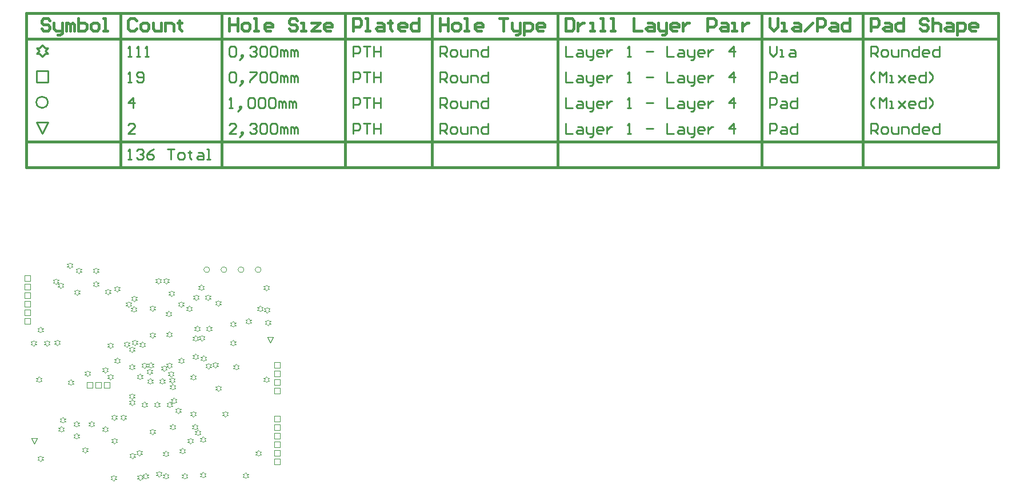
<source format=gbr>
%TF.GenerationSoftware,Altium Limited,Altium Designer,20.1.14 (287)*%
G04 Layer_Color=2752767*
%FSLAX45Y45*%
%MOMM*%
%TF.SameCoordinates,D919A4BC-3EF6-4BA5-801F-EB9C9E4D33F9*%
%TF.FilePolarity,Positive*%
%TF.FileFunction,Drawing*%
%TF.Part,Single*%
G01*
G75*
%TA.AperFunction,NonConductor*%
%ADD62C,0.25400*%
%ADD112C,0.08467*%
%ADD113C,0.38100*%
%ADD114C,0.40640*%
D62*
X450254Y5720017D02*
G03*
X450254Y5720017I-84667J0D01*
G01*
X323254Y6439683D02*
X365588Y6397350D01*
X280921Y6439683D02*
X323254D01*
X280921D02*
X323254Y6482017D01*
X280921Y6524350D02*
X323254Y6482017D01*
X280921Y6524350D02*
X323254D01*
X365588Y6566683D01*
X407921Y6524350D01*
X450254D01*
X407921Y6482017D02*
X450254Y6524350D01*
X407921Y6482017D02*
X450254Y6439683D01*
X407921D02*
X450254D01*
X365588Y6397350D02*
X407921Y6439683D01*
X280921Y6016350D02*
X450254D01*
Y6185683D01*
X280921D02*
X450254D01*
X280921Y6016350D02*
Y6185683D01*
X365588Y5254350D02*
X450254Y5423683D01*
X280921D02*
X450254D01*
X280921D02*
X365588Y5254350D01*
X12642886Y6397350D02*
Y6549701D01*
X12719062D01*
X12744454Y6524309D01*
Y6473525D01*
X12719062Y6448133D01*
X12642886D01*
X12693670D02*
X12744454Y6397350D01*
X12820628D02*
X12871413D01*
X12896803Y6422742D01*
Y6473525D01*
X12871413Y6498917D01*
X12820628D01*
X12795237Y6473525D01*
Y6422742D01*
X12820628Y6397350D01*
X12947588Y6498917D02*
Y6422742D01*
X12972980Y6397350D01*
X13049155D01*
Y6498917D01*
X13099937Y6397350D02*
Y6498917D01*
X13176114D01*
X13201506Y6473525D01*
Y6397350D01*
X13353856Y6549701D02*
Y6397350D01*
X13277681D01*
X13252289Y6422742D01*
Y6473525D01*
X13277681Y6498917D01*
X13353856D01*
X13480815Y6397350D02*
X13430032D01*
X13404640Y6422742D01*
Y6473525D01*
X13430032Y6498917D01*
X13480815D01*
X13506207Y6473525D01*
Y6448133D01*
X13404640D01*
X13658559Y6549701D02*
Y6397350D01*
X13582384D01*
X13556992Y6422742D01*
Y6473525D01*
X13582384Y6498917D01*
X13658559D01*
X12693670Y6016350D02*
X12642886Y6067133D01*
Y6117917D01*
X12693670Y6168701D01*
X12769845Y6016350D02*
Y6168701D01*
X12820628Y6117917D01*
X12871413Y6168701D01*
Y6016350D01*
X12922195D02*
X12972980D01*
X12947588D01*
Y6117917D01*
X12922195D01*
X13049155D02*
X13150722Y6016350D01*
X13099937Y6067133D01*
X13150722Y6117917D01*
X13049155Y6016350D01*
X13277681D02*
X13226897D01*
X13201505Y6041742D01*
Y6092525D01*
X13226897Y6117917D01*
X13277681D01*
X13303073Y6092525D01*
Y6067133D01*
X13201505D01*
X13455423Y6168701D02*
Y6016350D01*
X13379248D01*
X13353856Y6041742D01*
Y6092525D01*
X13379248Y6117917D01*
X13455423D01*
X13506207Y6016350D02*
X13556990Y6067133D01*
Y6117917D01*
X13506207Y6168701D01*
X12693670Y5635350D02*
X12642886Y5686133D01*
Y5736917D01*
X12693670Y5787701D01*
X12769845Y5635350D02*
Y5787701D01*
X12820628Y5736917D01*
X12871413Y5787701D01*
Y5635350D01*
X12922195D02*
X12972980D01*
X12947588D01*
Y5736917D01*
X12922195D01*
X13049155D02*
X13150722Y5635350D01*
X13099937Y5686133D01*
X13150722Y5736917D01*
X13049155Y5635350D01*
X13277681D02*
X13226897D01*
X13201505Y5660742D01*
Y5711525D01*
X13226897Y5736917D01*
X13277681D01*
X13303073Y5711525D01*
Y5686133D01*
X13201505D01*
X13455423Y5787701D02*
Y5635350D01*
X13379248D01*
X13353856Y5660742D01*
Y5711525D01*
X13379248Y5736917D01*
X13455423D01*
X13506207Y5635350D02*
X13556990Y5686133D01*
Y5736917D01*
X13506207Y5787701D01*
X12642886Y5254350D02*
Y5406701D01*
X12719062D01*
X12744454Y5381309D01*
Y5330525D01*
X12719062Y5305133D01*
X12642886D01*
X12693670D02*
X12744454Y5254350D01*
X12820628D02*
X12871413D01*
X12896803Y5279742D01*
Y5330525D01*
X12871413Y5355917D01*
X12820628D01*
X12795237Y5330525D01*
Y5279742D01*
X12820628Y5254350D01*
X12947588Y5355917D02*
Y5279742D01*
X12972980Y5254350D01*
X13049155D01*
Y5355917D01*
X13099937Y5254350D02*
Y5355917D01*
X13176114D01*
X13201506Y5330525D01*
Y5254350D01*
X13353856Y5406701D02*
Y5254350D01*
X13277681D01*
X13252289Y5279742D01*
Y5330525D01*
X13277681Y5355917D01*
X13353856D01*
X13480815Y5254350D02*
X13430032D01*
X13404640Y5279742D01*
Y5330525D01*
X13430032Y5355917D01*
X13480815D01*
X13506207Y5330525D01*
Y5305133D01*
X13404640D01*
X13658559Y5406701D02*
Y5254350D01*
X13582384D01*
X13556992Y5279742D01*
Y5330525D01*
X13582384Y5355917D01*
X13658559D01*
X11144671Y6549701D02*
Y6448133D01*
X11195454Y6397350D01*
X11246238Y6448133D01*
Y6549701D01*
X11297022Y6397350D02*
X11347805D01*
X11322413D01*
Y6498917D01*
X11297022D01*
X11449372D02*
X11500156D01*
X11525548Y6473525D01*
Y6397350D01*
X11449372D01*
X11423980Y6422742D01*
X11449372Y6448133D01*
X11525548D01*
X11144671Y6016350D02*
Y6168701D01*
X11220846D01*
X11246238Y6143309D01*
Y6092525D01*
X11220846Y6067133D01*
X11144671D01*
X11322413Y6117917D02*
X11373197D01*
X11398589Y6092525D01*
Y6016350D01*
X11322413D01*
X11297022Y6041742D01*
X11322413Y6067133D01*
X11398589D01*
X11550940Y6168701D02*
Y6016350D01*
X11474764D01*
X11449372Y6041742D01*
Y6092525D01*
X11474764Y6117917D01*
X11550940D01*
X11144671Y5635350D02*
Y5787701D01*
X11220846D01*
X11246238Y5762309D01*
Y5711525D01*
X11220846Y5686133D01*
X11144671D01*
X11322413Y5736917D02*
X11373197D01*
X11398589Y5711525D01*
Y5635350D01*
X11322413D01*
X11297022Y5660742D01*
X11322413Y5686133D01*
X11398589D01*
X11550940Y5787701D02*
Y5635350D01*
X11474764D01*
X11449372Y5660742D01*
Y5711525D01*
X11474764Y5736917D01*
X11550940D01*
X11144671Y5254350D02*
Y5406701D01*
X11220846D01*
X11246238Y5381309D01*
Y5330525D01*
X11220846Y5305133D01*
X11144671D01*
X11322413Y5355917D02*
X11373197D01*
X11398589Y5330525D01*
Y5254350D01*
X11322413D01*
X11297022Y5279742D01*
X11322413Y5305133D01*
X11398589D01*
X11550940Y5406701D02*
Y5254350D01*
X11474764D01*
X11449372Y5279742D01*
Y5330525D01*
X11474764Y5355917D01*
X11550940D01*
X8122948Y6549701D02*
Y6397350D01*
X8224516D01*
X8300691Y6498917D02*
X8351475D01*
X8376866Y6473525D01*
Y6397350D01*
X8300691D01*
X8275299Y6422742D01*
X8300691Y6448133D01*
X8376866D01*
X8427650Y6498917D02*
Y6422742D01*
X8453042Y6397350D01*
X8529217D01*
Y6371958D01*
X8503825Y6346566D01*
X8478433D01*
X8529217Y6397350D02*
Y6498917D01*
X8656176Y6397350D02*
X8605392D01*
X8580001Y6422742D01*
Y6473525D01*
X8605392Y6498917D01*
X8656176D01*
X8681568Y6473525D01*
Y6448133D01*
X8580001D01*
X8732351Y6498917D02*
Y6397350D01*
Y6448133D01*
X8757743Y6473525D01*
X8783135Y6498917D01*
X8808527D01*
X9037053Y6397350D02*
X9087836D01*
X9062445D01*
Y6549701D01*
X9037053Y6524309D01*
X9316362Y6473525D02*
X9417930D01*
X9621064Y6549701D02*
Y6397350D01*
X9722631D01*
X9798806Y6498917D02*
X9849590D01*
X9874982Y6473525D01*
Y6397350D01*
X9798806D01*
X9773415Y6422742D01*
X9798806Y6448133D01*
X9874982D01*
X9925765Y6498917D02*
Y6422742D01*
X9951157Y6397350D01*
X10027332D01*
Y6371958D01*
X10001941Y6346566D01*
X9976549D01*
X10027332Y6397350D02*
Y6498917D01*
X10154291Y6397350D02*
X10103508D01*
X10078116Y6422742D01*
Y6473525D01*
X10103508Y6498917D01*
X10154291D01*
X10179683Y6473525D01*
Y6448133D01*
X10078116D01*
X10230467Y6498917D02*
Y6397350D01*
Y6448133D01*
X10255859Y6473525D01*
X10281250Y6498917D01*
X10306642D01*
X10611344Y6397350D02*
Y6549701D01*
X10535168Y6473525D01*
X10636735D01*
X8122948Y6168701D02*
Y6016350D01*
X8224516D01*
X8300691Y6117917D02*
X8351475D01*
X8376866Y6092525D01*
Y6016350D01*
X8300691D01*
X8275299Y6041742D01*
X8300691Y6067133D01*
X8376866D01*
X8427650Y6117917D02*
Y6041742D01*
X8453042Y6016350D01*
X8529217D01*
Y5990958D01*
X8503825Y5965566D01*
X8478433D01*
X8529217Y6016350D02*
Y6117917D01*
X8656176Y6016350D02*
X8605392D01*
X8580001Y6041742D01*
Y6092525D01*
X8605392Y6117917D01*
X8656176D01*
X8681568Y6092525D01*
Y6067133D01*
X8580001D01*
X8732351Y6117917D02*
Y6016350D01*
Y6067133D01*
X8757743Y6092525D01*
X8783135Y6117917D01*
X8808527D01*
X9037053Y6016350D02*
X9087836D01*
X9062445D01*
Y6168701D01*
X9037053Y6143309D01*
X9316362Y6092525D02*
X9417930D01*
X9621064Y6168701D02*
Y6016350D01*
X9722631D01*
X9798806Y6117917D02*
X9849590D01*
X9874982Y6092525D01*
Y6016350D01*
X9798806D01*
X9773415Y6041742D01*
X9798806Y6067133D01*
X9874982D01*
X9925765Y6117917D02*
Y6041742D01*
X9951157Y6016350D01*
X10027332D01*
Y5990958D01*
X10001941Y5965566D01*
X9976549D01*
X10027332Y6016350D02*
Y6117917D01*
X10154291Y6016350D02*
X10103508D01*
X10078116Y6041742D01*
Y6092525D01*
X10103508Y6117917D01*
X10154291D01*
X10179683Y6092525D01*
Y6067133D01*
X10078116D01*
X10230467Y6117917D02*
Y6016350D01*
Y6067133D01*
X10255859Y6092525D01*
X10281250Y6117917D01*
X10306642D01*
X10611344Y6016350D02*
Y6168701D01*
X10535168Y6092525D01*
X10636735D01*
X8122948Y5787701D02*
Y5635350D01*
X8224516D01*
X8300691Y5736917D02*
X8351475D01*
X8376866Y5711525D01*
Y5635350D01*
X8300691D01*
X8275299Y5660742D01*
X8300691Y5686133D01*
X8376866D01*
X8427650Y5736917D02*
Y5660742D01*
X8453042Y5635350D01*
X8529217D01*
Y5609958D01*
X8503825Y5584566D01*
X8478433D01*
X8529217Y5635350D02*
Y5736917D01*
X8656176Y5635350D02*
X8605392D01*
X8580001Y5660742D01*
Y5711525D01*
X8605392Y5736917D01*
X8656176D01*
X8681568Y5711525D01*
Y5686133D01*
X8580001D01*
X8732351Y5736917D02*
Y5635350D01*
Y5686133D01*
X8757743Y5711525D01*
X8783135Y5736917D01*
X8808527D01*
X9037053Y5635350D02*
X9087836D01*
X9062445D01*
Y5787701D01*
X9037053Y5762309D01*
X9316362Y5711525D02*
X9417930D01*
X9621064Y5787701D02*
Y5635350D01*
X9722631D01*
X9798806Y5736917D02*
X9849590D01*
X9874982Y5711525D01*
Y5635350D01*
X9798806D01*
X9773415Y5660742D01*
X9798806Y5686133D01*
X9874982D01*
X9925765Y5736917D02*
Y5660742D01*
X9951157Y5635350D01*
X10027332D01*
Y5609958D01*
X10001941Y5584566D01*
X9976549D01*
X10027332Y5635350D02*
Y5736917D01*
X10154291Y5635350D02*
X10103508D01*
X10078116Y5660742D01*
Y5711525D01*
X10103508Y5736917D01*
X10154291D01*
X10179683Y5711525D01*
Y5686133D01*
X10078116D01*
X10230467Y5736917D02*
Y5635350D01*
Y5686133D01*
X10255859Y5711525D01*
X10281250Y5736917D01*
X10306642D01*
X10611344Y5635350D02*
Y5787701D01*
X10535168Y5711525D01*
X10636735D01*
X8122948Y5406701D02*
Y5254350D01*
X8224516D01*
X8300691Y5355917D02*
X8351475D01*
X8376866Y5330525D01*
Y5254350D01*
X8300691D01*
X8275299Y5279742D01*
X8300691Y5305133D01*
X8376866D01*
X8427650Y5355917D02*
Y5279742D01*
X8453042Y5254350D01*
X8529217D01*
Y5228958D01*
X8503825Y5203566D01*
X8478433D01*
X8529217Y5254350D02*
Y5355917D01*
X8656176Y5254350D02*
X8605392D01*
X8580001Y5279742D01*
Y5330525D01*
X8605392Y5355917D01*
X8656176D01*
X8681568Y5330525D01*
Y5305133D01*
X8580001D01*
X8732351Y5355917D02*
Y5254350D01*
Y5305133D01*
X8757743Y5330525D01*
X8783135Y5355917D01*
X8808527D01*
X9037053Y5254350D02*
X9087836D01*
X9062445D01*
Y5406701D01*
X9037053Y5381309D01*
X9316362Y5330525D02*
X9417930D01*
X9621064Y5406701D02*
Y5254350D01*
X9722631D01*
X9798806Y5355917D02*
X9849590D01*
X9874982Y5330525D01*
Y5254350D01*
X9798806D01*
X9773415Y5279742D01*
X9798806Y5305133D01*
X9874982D01*
X9925765Y5355917D02*
Y5279742D01*
X9951157Y5254350D01*
X10027332D01*
Y5228958D01*
X10001941Y5203566D01*
X9976549D01*
X10027332Y5254350D02*
Y5355917D01*
X10154291Y5254350D02*
X10103508D01*
X10078116Y5279742D01*
Y5330525D01*
X10103508Y5355917D01*
X10154291D01*
X10179683Y5330525D01*
Y5305133D01*
X10078116D01*
X10230467Y5355917D02*
Y5254350D01*
Y5305133D01*
X10255859Y5330525D01*
X10281250Y5355917D01*
X10306642D01*
X10611344Y5254350D02*
Y5406701D01*
X10535168Y5330525D01*
X10636735D01*
X6259091Y6397350D02*
Y6549701D01*
X6335267D01*
X6360659Y6524309D01*
Y6473525D01*
X6335267Y6448133D01*
X6259091D01*
X6309875D02*
X6360659Y6397350D01*
X6436834D02*
X6487617D01*
X6513009Y6422742D01*
Y6473525D01*
X6487617Y6498917D01*
X6436834D01*
X6411442Y6473525D01*
Y6422742D01*
X6436834Y6397350D01*
X6563793Y6498917D02*
Y6422742D01*
X6589185Y6397350D01*
X6665360D01*
Y6498917D01*
X6716144Y6397350D02*
Y6498917D01*
X6792319D01*
X6817711Y6473525D01*
Y6397350D01*
X6970061Y6549701D02*
Y6397350D01*
X6893886D01*
X6868494Y6422742D01*
Y6473525D01*
X6893886Y6498917D01*
X6970061D01*
X6259091Y6016350D02*
Y6168701D01*
X6335267D01*
X6360659Y6143309D01*
Y6092525D01*
X6335267Y6067133D01*
X6259091D01*
X6309875D02*
X6360659Y6016350D01*
X6436834D02*
X6487617D01*
X6513009Y6041742D01*
Y6092525D01*
X6487617Y6117917D01*
X6436834D01*
X6411442Y6092525D01*
Y6041742D01*
X6436834Y6016350D01*
X6563793Y6117917D02*
Y6041742D01*
X6589185Y6016350D01*
X6665360D01*
Y6117917D01*
X6716144Y6016350D02*
Y6117917D01*
X6792319D01*
X6817711Y6092525D01*
Y6016350D01*
X6970061Y6168701D02*
Y6016350D01*
X6893886D01*
X6868494Y6041742D01*
Y6092525D01*
X6893886Y6117917D01*
X6970061D01*
X6259091Y5635350D02*
Y5787701D01*
X6335267D01*
X6360659Y5762309D01*
Y5711525D01*
X6335267Y5686133D01*
X6259091D01*
X6309875D02*
X6360659Y5635350D01*
X6436834D02*
X6487617D01*
X6513009Y5660742D01*
Y5711525D01*
X6487617Y5736917D01*
X6436834D01*
X6411442Y5711525D01*
Y5660742D01*
X6436834Y5635350D01*
X6563793Y5736917D02*
Y5660742D01*
X6589185Y5635350D01*
X6665360D01*
Y5736917D01*
X6716144Y5635350D02*
Y5736917D01*
X6792319D01*
X6817711Y5711525D01*
Y5635350D01*
X6970061Y5787701D02*
Y5635350D01*
X6893886D01*
X6868494Y5660742D01*
Y5711525D01*
X6893886Y5736917D01*
X6970061D01*
X6259091Y5254350D02*
Y5406701D01*
X6335267D01*
X6360659Y5381309D01*
Y5330525D01*
X6335267Y5305133D01*
X6259091D01*
X6309875D02*
X6360659Y5254350D01*
X6436834D02*
X6487617D01*
X6513009Y5279742D01*
Y5330525D01*
X6487617Y5355917D01*
X6436834D01*
X6411442Y5330525D01*
Y5279742D01*
X6436834Y5254350D01*
X6563793Y5355917D02*
Y5279742D01*
X6589185Y5254350D01*
X6665360D01*
Y5355917D01*
X6716144Y5254350D02*
Y5355917D01*
X6792319D01*
X6817711Y5330525D01*
Y5254350D01*
X6970061Y5406701D02*
Y5254350D01*
X6893886D01*
X6868494Y5279742D01*
Y5330525D01*
X6893886Y5355917D01*
X6970061D01*
X4974167Y6397350D02*
Y6549701D01*
X5050342D01*
X5075734Y6524309D01*
Y6473525D01*
X5050342Y6448133D01*
X4974167D01*
X5126518Y6549701D02*
X5228085D01*
X5177301D01*
Y6397350D01*
X5278868Y6549701D02*
Y6397350D01*
Y6473525D01*
X5380436D01*
Y6549701D01*
Y6397350D01*
X4974167Y6016350D02*
Y6168701D01*
X5050342D01*
X5075734Y6143309D01*
Y6092525D01*
X5050342Y6067133D01*
X4974167D01*
X5126518Y6168701D02*
X5228085D01*
X5177301D01*
Y6016350D01*
X5278868Y6168701D02*
Y6016350D01*
Y6092525D01*
X5380436D01*
Y6168701D01*
Y6016350D01*
X4974167Y5635350D02*
Y5787701D01*
X5050342D01*
X5075734Y5762309D01*
Y5711525D01*
X5050342Y5686133D01*
X4974167D01*
X5126518Y5787701D02*
X5228085D01*
X5177301D01*
Y5635350D01*
X5278868Y5787701D02*
Y5635350D01*
Y5711525D01*
X5380436D01*
Y5787701D01*
Y5635350D01*
X4974167Y5254350D02*
Y5406701D01*
X5050342D01*
X5075734Y5381309D01*
Y5330525D01*
X5050342Y5305133D01*
X4974167D01*
X5126518Y5406701D02*
X5228085D01*
X5177301D01*
Y5254350D01*
X5278868Y5406701D02*
Y5254350D01*
Y5330525D01*
X5380436D01*
Y5406701D01*
Y5254350D01*
X3140780Y6524309D02*
X3166172Y6549701D01*
X3216955D01*
X3242347Y6524309D01*
Y6422742D01*
X3216955Y6397350D01*
X3166172D01*
X3140780Y6422742D01*
Y6524309D01*
X3318522Y6371958D02*
X3343914Y6397350D01*
Y6422742D01*
X3318522D01*
Y6397350D01*
X3343914D01*
X3318522Y6371958D01*
X3293131Y6346566D01*
X3445481Y6524309D02*
X3470873Y6549701D01*
X3521657D01*
X3547049Y6524309D01*
Y6498917D01*
X3521657Y6473525D01*
X3496265D01*
X3521657D01*
X3547049Y6448133D01*
Y6422742D01*
X3521657Y6397350D01*
X3470873D01*
X3445481Y6422742D01*
X3597832Y6524309D02*
X3623224Y6549701D01*
X3674007D01*
X3699399Y6524309D01*
Y6422742D01*
X3674007Y6397350D01*
X3623224D01*
X3597832Y6422742D01*
Y6524309D01*
X3750183D02*
X3775575Y6549701D01*
X3826358D01*
X3851750Y6524309D01*
Y6422742D01*
X3826358Y6397350D01*
X3775575D01*
X3750183Y6422742D01*
Y6524309D01*
X3902533Y6397350D02*
Y6498917D01*
X3927925D01*
X3953317Y6473525D01*
Y6397350D01*
Y6473525D01*
X3978709Y6498917D01*
X4004101Y6473525D01*
Y6397350D01*
X4054884D02*
Y6498917D01*
X4080276D01*
X4105668Y6473525D01*
Y6397350D01*
Y6473525D01*
X4131060Y6498917D01*
X4156451Y6473525D01*
Y6397350D01*
X3140780Y6143309D02*
X3166172Y6168701D01*
X3216955D01*
X3242347Y6143309D01*
Y6041742D01*
X3216955Y6016350D01*
X3166172D01*
X3140780Y6041742D01*
Y6143309D01*
X3318522Y5990958D02*
X3343914Y6016350D01*
Y6041742D01*
X3318522D01*
Y6016350D01*
X3343914D01*
X3318522Y5990958D01*
X3293131Y5965566D01*
X3445481Y6168701D02*
X3547049D01*
Y6143309D01*
X3445481Y6041742D01*
Y6016350D01*
X3597832Y6143309D02*
X3623224Y6168701D01*
X3674007D01*
X3699399Y6143309D01*
Y6041742D01*
X3674007Y6016350D01*
X3623224D01*
X3597832Y6041742D01*
Y6143309D01*
X3750183D02*
X3775575Y6168701D01*
X3826358D01*
X3851750Y6143309D01*
Y6041742D01*
X3826358Y6016350D01*
X3775575D01*
X3750183Y6041742D01*
Y6143309D01*
X3902533Y6016350D02*
Y6117917D01*
X3927925D01*
X3953317Y6092525D01*
Y6016350D01*
Y6092525D01*
X3978709Y6117917D01*
X4004101Y6092525D01*
Y6016350D01*
X4054884D02*
Y6117917D01*
X4080276D01*
X4105668Y6092525D01*
Y6016350D01*
Y6092525D01*
X4131060Y6117917D01*
X4156451Y6092525D01*
Y6016350D01*
X3140780Y5635350D02*
X3191563D01*
X3166172D01*
Y5787701D01*
X3140780Y5762309D01*
X3293131Y5609958D02*
X3318522Y5635350D01*
Y5660742D01*
X3293131D01*
Y5635350D01*
X3318522D01*
X3293131Y5609958D01*
X3267739Y5584566D01*
X3420089Y5762309D02*
X3445481Y5787701D01*
X3496265D01*
X3521657Y5762309D01*
Y5660742D01*
X3496265Y5635350D01*
X3445481D01*
X3420089Y5660742D01*
Y5762309D01*
X3572440D02*
X3597832Y5787701D01*
X3648616D01*
X3674007Y5762309D01*
Y5660742D01*
X3648616Y5635350D01*
X3597832D01*
X3572440Y5660742D01*
Y5762309D01*
X3724791D02*
X3750183Y5787701D01*
X3800966D01*
X3826358Y5762309D01*
Y5660742D01*
X3800966Y5635350D01*
X3750183D01*
X3724791Y5660742D01*
Y5762309D01*
X3877142Y5635350D02*
Y5736917D01*
X3902533D01*
X3927925Y5711525D01*
Y5635350D01*
Y5711525D01*
X3953317Y5736917D01*
X3978709Y5711525D01*
Y5635350D01*
X4029492D02*
Y5736917D01*
X4054884D01*
X4080276Y5711525D01*
Y5635350D01*
Y5711525D01*
X4105668Y5736917D01*
X4131060Y5711525D01*
Y5635350D01*
X3242347Y5254350D02*
X3140780D01*
X3242347Y5355917D01*
Y5381309D01*
X3216955Y5406701D01*
X3166172D01*
X3140780Y5381309D01*
X3318522Y5228958D02*
X3343914Y5254350D01*
Y5279742D01*
X3318522D01*
Y5254350D01*
X3343914D01*
X3318522Y5228958D01*
X3293131Y5203566D01*
X3445481Y5381309D02*
X3470873Y5406701D01*
X3521657D01*
X3547049Y5381309D01*
Y5355917D01*
X3521657Y5330525D01*
X3496265D01*
X3521657D01*
X3547049Y5305133D01*
Y5279742D01*
X3521657Y5254350D01*
X3470873D01*
X3445481Y5279742D01*
X3597832Y5381309D02*
X3623224Y5406701D01*
X3674007D01*
X3699399Y5381309D01*
Y5279742D01*
X3674007Y5254350D01*
X3623224D01*
X3597832Y5279742D01*
Y5381309D01*
X3750183D02*
X3775575Y5406701D01*
X3826358D01*
X3851750Y5381309D01*
Y5279742D01*
X3826358Y5254350D01*
X3775575D01*
X3750183Y5279742D01*
Y5381309D01*
X3902533Y5254350D02*
Y5355917D01*
X3927925D01*
X3953317Y5330525D01*
Y5254350D01*
Y5330525D01*
X3978709Y5355917D01*
X4004101Y5330525D01*
Y5254350D01*
X4054884D02*
Y5355917D01*
X4080276D01*
X4105668Y5330525D01*
Y5254350D01*
Y5330525D01*
X4131060Y5355917D01*
X4156451Y5330525D01*
Y5254350D01*
X1642574Y4873350D02*
X1693358D01*
X1667966D01*
Y5025701D01*
X1642574Y5000309D01*
X1769533D02*
X1794925Y5025701D01*
X1845709D01*
X1871100Y5000309D01*
Y4974917D01*
X1845709Y4949525D01*
X1820317D01*
X1845709D01*
X1871100Y4924133D01*
Y4898742D01*
X1845709Y4873350D01*
X1794925D01*
X1769533Y4898742D01*
X2023451Y5025701D02*
X1972667Y5000309D01*
X1921884Y4949525D01*
Y4898742D01*
X1947276Y4873350D01*
X1998059D01*
X2023451Y4898742D01*
Y4924133D01*
X1998059Y4949525D01*
X1921884D01*
X2226585Y5025701D02*
X2328153D01*
X2277369D01*
Y4873350D01*
X2404328D02*
X2455111D01*
X2480503Y4898742D01*
Y4949525D01*
X2455111Y4974917D01*
X2404328D01*
X2378936Y4949525D01*
Y4898742D01*
X2404328Y4873350D01*
X2556679Y5000309D02*
Y4974917D01*
X2531287D01*
X2582070D01*
X2556679D01*
Y4898742D01*
X2582070Y4873350D01*
X2683638Y4974917D02*
X2734421D01*
X2759813Y4949525D01*
Y4873350D01*
X2683638D01*
X2658246Y4898742D01*
X2683638Y4924133D01*
X2759813D01*
X2810596Y4873350D02*
X2861380D01*
X2835988D01*
Y5025701D01*
X2810596D01*
X1642574Y6397350D02*
X1693358D01*
X1667966D01*
Y6549701D01*
X1642574Y6524309D01*
X1769533Y6397350D02*
X1820317D01*
X1794925D01*
Y6549701D01*
X1769533Y6524309D01*
X1896492Y6397350D02*
X1947276D01*
X1921884D01*
Y6549701D01*
X1896492Y6524309D01*
X1642574Y6016350D02*
X1693358D01*
X1667966D01*
Y6168701D01*
X1642574Y6143309D01*
X1769533Y6041742D02*
X1794925Y6016350D01*
X1845709D01*
X1871100Y6041742D01*
Y6143309D01*
X1845709Y6168701D01*
X1794925D01*
X1769533Y6143309D01*
Y6117917D01*
X1794925Y6092525D01*
X1871100D01*
X1718750Y5635350D02*
Y5787701D01*
X1642574Y5711525D01*
X1744142D01*
Y5254350D02*
X1642574D01*
X1744142Y5355917D01*
Y5381309D01*
X1718750Y5406701D01*
X1667966D01*
X1642574Y5381309D01*
D112*
X3608704Y3239427D02*
G03*
X3608704Y3239427I-42333J0D01*
G01*
X2846704D02*
G03*
X2846704Y3239427I-42333J0D01*
G01*
X3100704D02*
G03*
X3100704Y3239427I-42333J0D01*
G01*
X3354704D02*
G03*
X3354704Y3239427I-42333J0D01*
G01*
X853833Y928833D02*
X875000Y907667D01*
X832667Y928833D02*
X853833D01*
X832667D02*
X853833Y950000D01*
X832667Y971166D02*
X853833Y950000D01*
X832667Y971166D02*
X853833D01*
X875000Y992333D01*
X896167Y971166D01*
X917333D01*
X896167Y950000D02*
X917333Y971166D01*
X896167Y950000D02*
X917333Y928833D01*
X896167D02*
X917333D01*
X875000Y907667D02*
X896167Y928833D01*
X628833Y853833D02*
X650000Y832667D01*
X607667Y853833D02*
X628833D01*
X607667D02*
X628833Y875000D01*
X607667Y896167D02*
X628833Y875000D01*
X607667Y896167D02*
X628833D01*
X650000Y917333D01*
X671167Y896167D01*
X692333D01*
X671167Y875000D02*
X692333Y896167D01*
X671167Y875000D02*
X692333Y853833D01*
X671167D02*
X692333D01*
X650000Y832667D02*
X671167Y853833D01*
X1078833Y928833D02*
X1100000Y907667D01*
X1057667Y928833D02*
X1078833D01*
X1057667D02*
X1078833Y950000D01*
X1057667Y971166D02*
X1078833Y950000D01*
X1057667Y971166D02*
X1078833D01*
X1100000Y992333D01*
X1121166Y971166D01*
X1142333D01*
X1121166Y950000D02*
X1142333Y971166D01*
X1121166Y950000D02*
X1142333Y928833D01*
X1121166D02*
X1142333D01*
X1100000Y907667D02*
X1121166Y928833D01*
X853833Y753833D02*
X875000Y732667D01*
X832667Y753833D02*
X853833D01*
X832667D02*
X853833Y775000D01*
X832667Y796167D02*
X853833Y775000D01*
X832667Y796167D02*
X853833D01*
X875000Y817333D01*
X896167Y796167D01*
X917333D01*
X896167Y775000D02*
X917333Y796167D01*
X896167Y775000D02*
X917333Y753833D01*
X896167D02*
X917333D01*
X875000Y732667D02*
X896167Y753833D01*
X1278833Y853833D02*
X1300000Y832667D01*
X1257667Y853833D02*
X1278833D01*
X1257667D02*
X1278833Y875000D01*
X1257667Y896167D02*
X1278833Y875000D01*
X1257667Y896167D02*
X1278833D01*
X1300000Y917333D01*
X1321167Y896167D01*
X1342333D01*
X1321167Y875000D02*
X1342333Y896167D01*
X1321167Y875000D02*
X1342333Y853833D01*
X1321167D02*
X1342333D01*
X1300000Y832667D02*
X1321167Y853833D01*
X2728834Y178834D02*
X2750000Y157667D01*
X2707667Y178834D02*
X2728834D01*
X2707667D02*
X2728834Y200000D01*
X2707667Y221167D02*
X2728834Y200000D01*
X2707667Y221167D02*
X2728834D01*
X2750000Y242333D01*
X2771167Y221167D01*
X2792333D01*
X2771167Y200000D02*
X2792333Y221167D01*
X2771167Y200000D02*
X2792333Y178834D01*
X2771167D02*
X2792333D01*
X2750000Y157667D02*
X2771167Y178834D01*
X1403833Y128833D02*
X1425000Y107667D01*
X1382667Y128833D02*
X1403833D01*
X1382667D02*
X1403833Y150000D01*
X1382667Y171167D02*
X1403833Y150000D01*
X1382667Y171167D02*
X1403833D01*
X1425000Y192333D01*
X1446167Y171167D01*
X1467333D01*
X1446167Y150000D02*
X1467333Y171167D01*
X1446167Y150000D02*
X1467333Y128833D01*
X1446167D02*
X1467333D01*
X1425000Y107667D02*
X1446167Y128833D01*
X418834Y2128833D02*
X440000Y2107667D01*
X397667Y2128833D02*
X418834D01*
X397667D02*
X418834Y2150000D01*
X397667Y2171167D02*
X418834Y2150000D01*
X397667Y2171167D02*
X418834D01*
X440000Y2192333D01*
X461167Y2171167D01*
X482333D01*
X461167Y2150000D02*
X482333Y2171167D01*
X461167Y2150000D02*
X482333Y2128833D01*
X461167D02*
X482333D01*
X440000Y2107667D02*
X461167Y2128833D01*
X218833D02*
X240000Y2107667D01*
X197667Y2128833D02*
X218833D01*
X197667D02*
X218833Y2150000D01*
X197667Y2171167D02*
X218833Y2150000D01*
X197667Y2171167D02*
X218833D01*
X240000Y2192333D01*
X261167Y2171167D01*
X282333D01*
X261167Y2150000D02*
X282333Y2171167D01*
X261167Y2150000D02*
X282333Y2128833D01*
X261167D02*
X282333D01*
X240000Y2107667D02*
X261167Y2128833D01*
X1703834Y2633833D02*
X1725000Y2612667D01*
X1682667Y2633833D02*
X1703834D01*
X1682667D02*
X1703834Y2655000D01*
X1682667Y2676167D02*
X1703834Y2655000D01*
X1682667Y2676167D02*
X1703834D01*
X1725000Y2697333D01*
X1746167Y2676167D01*
X1767333D01*
X1746167Y2655000D02*
X1767333Y2676167D01*
X1746167Y2655000D02*
X1767333Y2633833D01*
X1746167D02*
X1767333D01*
X1725000Y2612667D02*
X1746167Y2633833D01*
X2403833Y2703833D02*
X2425000Y2682667D01*
X2382667Y2703833D02*
X2403833D01*
X2382667D02*
X2403833Y2725000D01*
X2382667Y2746166D02*
X2403833Y2725000D01*
X2382667Y2746166D02*
X2403833D01*
X2425000Y2767333D01*
X2446167Y2746166D01*
X2467333D01*
X2446167Y2725000D02*
X2467333Y2746166D01*
X2446167Y2725000D02*
X2467333Y2703833D01*
X2446167D02*
X2467333D01*
X2425000Y2682667D02*
X2446167Y2703833D01*
X2618107Y1927534D02*
X2639273Y1906367D01*
X2596940Y1927534D02*
X2618107D01*
X2596940D02*
X2618107Y1948700D01*
X2596940Y1969867D02*
X2618107Y1948700D01*
X2596940Y1969867D02*
X2618107D01*
X2639273Y1991033D01*
X2660440Y1969867D01*
X2681607D01*
X2660440Y1948700D02*
X2681607Y1969867D01*
X2660440Y1948700D02*
X2681607Y1927534D01*
X2660440D02*
X2681607D01*
X2639273Y1906367D02*
X2660440Y1927534D01*
X2703833Y2953833D02*
X2725000Y2932667D01*
X2682667Y2953833D02*
X2703833D01*
X2682667D02*
X2703833Y2975000D01*
X2682667Y2996166D02*
X2703833Y2975000D01*
X2682667Y2996166D02*
X2703833D01*
X2725000Y3017333D01*
X2746166Y2996166D01*
X2767333D01*
X2746166Y2975000D02*
X2767333Y2996166D01*
X2746166Y2975000D02*
X2767333Y2953833D01*
X2746166D02*
X2767333D01*
X2725000Y2932667D02*
X2746166Y2953833D01*
X2628833Y2803833D02*
X2650000Y2782667D01*
X2607667Y2803833D02*
X2628833D01*
X2607667D02*
X2628833Y2825000D01*
X2607667Y2846167D02*
X2628833Y2825000D01*
X2607667Y2846167D02*
X2628833D01*
X2650000Y2867333D01*
X2671167Y2846167D01*
X2692333D01*
X2671167Y2825000D02*
X2692333Y2846167D01*
X2671167Y2825000D02*
X2692333Y2803833D01*
X2671167D02*
X2692333D01*
X2650000Y2782667D02*
X2671167Y2803833D01*
X2711698Y2202952D02*
X2732864Y2181785D01*
X2690531Y2202952D02*
X2711698D01*
X2690531D02*
X2711698Y2224118D01*
X2690531Y2245285D02*
X2711698Y2224118D01*
X2690531Y2245285D02*
X2711698D01*
X2732864Y2266452D01*
X2754031Y2245285D01*
X2775197D01*
X2754031Y2224118D02*
X2775197Y2245285D01*
X2754031Y2224118D02*
X2775197Y2202952D01*
X2754031D02*
X2775197D01*
X2732864Y2181785D02*
X2754031Y2202952D01*
X2424889Y531181D02*
X2446056Y510015D01*
X2403723Y531181D02*
X2424889D01*
X2403723D02*
X2424889Y552348D01*
X2403723Y573514D02*
X2424889Y552348D01*
X2403723Y573514D02*
X2424889D01*
X2446056Y594681D01*
X2467222Y573514D01*
X2488389D01*
X2467222Y552348D02*
X2488389Y573514D01*
X2467222Y552348D02*
X2488389Y531181D01*
X2467222D02*
X2488389D01*
X2446056Y510015D02*
X2467222Y531181D01*
X1878833Y158833D02*
X1900000Y137667D01*
X1857667Y158833D02*
X1878833D01*
X1857667D02*
X1878833Y180000D01*
X1857667Y201166D02*
X1878833Y180000D01*
X1857667Y201166D02*
X1878833D01*
X1900000Y222333D01*
X1921167Y201166D01*
X1942333D01*
X1921167Y180000D02*
X1942333Y201166D01*
X1921167Y180000D02*
X1942333Y158833D01*
X1921167D02*
X1942333D01*
X1900000Y137667D02*
X1921167Y158833D01*
X2078834Y188834D02*
X2100000Y167667D01*
X2057667Y188834D02*
X2078834D01*
X2057667D02*
X2078834Y210000D01*
X2057667Y231167D02*
X2078834Y210000D01*
X2057667Y231167D02*
X2078834D01*
X2100000Y252333D01*
X2121167Y231167D01*
X2142333D01*
X2121167Y210000D02*
X2142333Y231167D01*
X2121167Y210000D02*
X2142333Y188834D01*
X2121167D02*
X2142333D01*
X2100000Y167667D02*
X2121167Y188834D01*
X2178833Y158833D02*
X2200000Y137667D01*
X2157667Y158833D02*
X2178833D01*
X2157667D02*
X2178833Y180000D01*
X2157667Y201166D02*
X2178833Y180000D01*
X2157667Y201166D02*
X2178833D01*
X2200000Y222333D01*
X2221166Y201166D01*
X2242333D01*
X2221166Y180000D02*
X2242333Y201166D01*
X2221166Y180000D02*
X2242333Y158833D01*
X2221166D02*
X2242333D01*
X2200000Y137667D02*
X2221166Y158833D01*
X3668833Y2948833D02*
X3690000Y2927667D01*
X3647667Y2948833D02*
X3668833D01*
X3647667D02*
X3668833Y2970000D01*
X3647667Y2991166D02*
X3668833Y2970000D01*
X3647667Y2991166D02*
X3668833D01*
X3690000Y3012333D01*
X3711167Y2991166D01*
X3732333D01*
X3711167Y2970000D02*
X3732333Y2991166D01*
X3711167Y2970000D02*
X3732333Y2948833D01*
X3711167D02*
X3732333D01*
X3690000Y2927667D02*
X3711167Y2948833D01*
X3172704Y2414287D02*
X3193871Y2393120D01*
X3151538Y2414287D02*
X3172704D01*
X3151538D02*
X3172704Y2435454D01*
X3151538Y2456620D02*
X3172704Y2435454D01*
X3151538Y2456620D02*
X3172704D01*
X3193871Y2477787D01*
X3215037Y2456620D01*
X3236204D01*
X3215037Y2435454D02*
X3236204Y2456620D01*
X3215037Y2435454D02*
X3236204Y2414287D01*
X3215037D02*
X3236204D01*
X3193871Y2393120D02*
X3215037Y2414287D01*
X3678833Y2618833D02*
X3700000Y2597667D01*
X3657667Y2618833D02*
X3678833D01*
X3657667D02*
X3678833Y2640000D01*
X3657667Y2661167D02*
X3678833Y2640000D01*
X3657667Y2661167D02*
X3678833D01*
X3700000Y2682333D01*
X3721167Y2661167D01*
X3742333D01*
X3721167Y2640000D02*
X3742333Y2661167D01*
X3721167Y2640000D02*
X3742333Y2618833D01*
X3721167D02*
X3742333D01*
X3700000Y2597667D02*
X3721167Y2618833D01*
X318833Y2328834D02*
X340000Y2307667D01*
X297667Y2328834D02*
X318833D01*
X297667D02*
X318833Y2350000D01*
X297667Y2371167D02*
X318833Y2350000D01*
X297667Y2371167D02*
X318833D01*
X340000Y2392333D01*
X361167Y2371167D01*
X382333D01*
X361167Y2350000D02*
X382333Y2371167D01*
X361167Y2350000D02*
X382333Y2328834D01*
X361167D02*
X382333D01*
X340000Y2307667D02*
X361167Y2328834D01*
X648833Y988833D02*
X670000Y967667D01*
X627667Y988833D02*
X648833D01*
X627667D02*
X648833Y1010000D01*
X627667Y1031167D02*
X648833Y1010000D01*
X627667Y1031167D02*
X648833D01*
X670000Y1052333D01*
X691167Y1031167D01*
X712333D01*
X691167Y1010000D02*
X712333Y1031167D01*
X691167Y1010000D02*
X712333Y988833D01*
X691167D02*
X712333D01*
X670000Y967667D02*
X691167Y988833D01*
X768833Y1548833D02*
X790000Y1527667D01*
X747667Y1548833D02*
X768833D01*
X747667D02*
X768833Y1570000D01*
X747667Y1591166D02*
X768833Y1570000D01*
X747667Y1591166D02*
X768833D01*
X790000Y1612333D01*
X811167Y1591166D01*
X832333D01*
X811167Y1570000D02*
X832333Y1591166D01*
X811167Y1570000D02*
X832333Y1548833D01*
X811167D02*
X832333D01*
X790000Y1527667D02*
X811167Y1548833D01*
X1458833Y1868833D02*
X1480000Y1847667D01*
X1437667Y1868833D02*
X1458833D01*
X1437667D02*
X1458833Y1890000D01*
X1437667Y1911167D02*
X1458833Y1890000D01*
X1437667Y1911167D02*
X1458833D01*
X1480000Y1932333D01*
X1501166Y1911167D01*
X1522333D01*
X1501166Y1890000D02*
X1522333Y1911167D01*
X1501166Y1890000D02*
X1522333Y1868833D01*
X1501166D02*
X1522333D01*
X1480000Y1847667D02*
X1501166Y1868833D01*
X1628833Y2703833D02*
X1650000Y2682667D01*
X1607667Y2703833D02*
X1628833D01*
X1607667D02*
X1628833Y2725000D01*
X1607667Y2746166D02*
X1628833Y2725000D01*
X1607667Y2746166D02*
X1628833D01*
X1650000Y2767333D01*
X1671167Y2746166D01*
X1692333D01*
X1671167Y2725000D02*
X1692333Y2746166D01*
X1671167Y2725000D02*
X1692333Y2703833D01*
X1671167D02*
X1692333D01*
X1650000Y2682667D02*
X1671167Y2703833D01*
X1453834Y2933960D02*
X1475000Y2912793D01*
X1432667Y2933960D02*
X1453834D01*
X1432667D02*
X1453834Y2955126D01*
X1432667Y2976293D02*
X1453834Y2955126D01*
X1432667Y2976293D02*
X1453834D01*
X1475000Y2997460D01*
X1496167Y2976293D01*
X1517333D01*
X1496167Y2955126D02*
X1517333Y2976293D01*
X1496167Y2955126D02*
X1517333Y2933960D01*
X1496167D02*
X1517333D01*
X1475000Y2912793D02*
X1496167Y2933960D01*
X1978833Y2644167D02*
X2000000Y2623000D01*
X1957667Y2644167D02*
X1978833D01*
X1957667D02*
X1978833Y2665333D01*
X1957667Y2686500D02*
X1978833Y2665333D01*
X1957667Y2686500D02*
X1978833D01*
X2000000Y2707666D01*
X2021167Y2686500D01*
X2042333D01*
X2021167Y2665333D02*
X2042333Y2686500D01*
X2021167Y2665333D02*
X2042333Y2644167D01*
X2021167D02*
X2042333D01*
X2000000Y2623000D02*
X2021167Y2644167D01*
X1708834Y2788833D02*
X1730000Y2767667D01*
X1687667Y2788833D02*
X1708834D01*
X1687667D02*
X1708834Y2810000D01*
X1687667Y2831167D02*
X1708834Y2810000D01*
X1687667Y2831167D02*
X1708834D01*
X1730000Y2852333D01*
X1751167Y2831167D01*
X1772333D01*
X1751167Y2810000D02*
X1772333Y2831167D01*
X1751167Y2810000D02*
X1772333Y2788833D01*
X1751167D02*
X1772333D01*
X1730000Y2767667D02*
X1751167Y2788833D01*
X1318834Y2888833D02*
X1340000Y2867667D01*
X1297667Y2888833D02*
X1318834D01*
X1297667D02*
X1318834Y2910000D01*
X1297667Y2931167D02*
X1318834Y2910000D01*
X1297667Y2931167D02*
X1318834D01*
X1340000Y2952333D01*
X1361167Y2931167D01*
X1382333D01*
X1361167Y2910000D02*
X1382333Y2931167D01*
X1361167Y2910000D02*
X1382333Y2888833D01*
X1361167D02*
X1382333D01*
X1340000Y2867667D02*
X1361167Y2888833D01*
X978833Y545033D02*
X1000000Y523867D01*
X957667Y545033D02*
X978833D01*
X957667D02*
X978833Y566200D01*
X957667Y587366D02*
X978833Y566200D01*
X957667Y587366D02*
X978833D01*
X1000000Y608533D01*
X1021166Y587366D01*
X1042333D01*
X1021166Y566200D02*
X1042333Y587366D01*
X1021166Y566200D02*
X1042333Y545033D01*
X1021166D02*
X1042333D01*
X1000000Y523867D02*
X1021166Y545033D01*
X318833Y418833D02*
X340000Y397667D01*
X297667Y418833D02*
X318833D01*
X297667D02*
X318833Y440000D01*
X297667Y461166D02*
X318833Y440000D01*
X297667Y461166D02*
X318833D01*
X340000Y482333D01*
X361167Y461166D01*
X382333D01*
X361167Y440000D02*
X382333Y461166D01*
X361167Y440000D02*
X382333Y418833D01*
X361167D02*
X382333D01*
X340000Y397667D02*
X361167Y418833D01*
X3358834Y168833D02*
X3380000Y147667D01*
X3337667Y168833D02*
X3358834D01*
X3337667D02*
X3358834Y190000D01*
X3337667Y211166D02*
X3358834Y190000D01*
X3337667Y211166D02*
X3358834D01*
X3380000Y232333D01*
X3401167Y211166D01*
X3422333D01*
X3401167Y190000D02*
X3422333Y211166D01*
X3401167Y190000D02*
X3422333Y168833D01*
X3401167D02*
X3422333D01*
X3380000Y147667D02*
X3401167Y168833D01*
X3058833Y1078834D02*
X3080000Y1057667D01*
X3037667Y1078834D02*
X3058833D01*
X3037667D02*
X3058833Y1100000D01*
X3037667Y1121167D02*
X3058833Y1100000D01*
X3037667Y1121167D02*
X3058833D01*
X3080000Y1142333D01*
X3101167Y1121167D01*
X3122333D01*
X3101167Y1100000D02*
X3122333Y1121167D01*
X3101167Y1100000D02*
X3122333Y1078834D01*
X3101167D02*
X3122333D01*
X3080000Y1057667D02*
X3101167Y1078834D01*
X2608833Y888833D02*
X2630000Y867667D01*
X2587667Y888833D02*
X2608833D01*
X2587667D02*
X2608833Y910000D01*
X2587667Y931167D02*
X2608833Y910000D01*
X2587667Y931167D02*
X2608833D01*
X2630000Y952333D01*
X2651167Y931167D01*
X2672333D01*
X2651167Y910000D02*
X2672333Y931167D01*
X2651167Y910000D02*
X2672333Y888833D01*
X2651167D02*
X2672333D01*
X2630000Y867667D02*
X2651167Y888833D01*
X1798833Y138834D02*
X1820000Y117667D01*
X1777667Y138834D02*
X1798833D01*
X1777667D02*
X1798833Y160000D01*
X1777667Y181167D02*
X1798833Y160000D01*
X1777667Y181167D02*
X1798833D01*
X1820000Y202333D01*
X1841166Y181167D01*
X1862333D01*
X1841166Y160000D02*
X1862333Y181167D01*
X1841166Y160000D02*
X1862333Y138834D01*
X1841166D02*
X1862333D01*
X1820000Y117667D02*
X1841166Y138834D01*
X1978833Y815030D02*
X2000000Y793864D01*
X1957667Y815030D02*
X1978833D01*
X1957667D02*
X1978833Y836197D01*
X1957667Y857363D02*
X1978833Y836197D01*
X1957667Y857363D02*
X1978833D01*
X2000000Y878530D01*
X2021167Y857363D01*
X2042333D01*
X2021167Y836197D02*
X2042333Y857363D01*
X2021167Y836197D02*
X2042333Y815030D01*
X2021167D02*
X2042333D01*
X2000000Y793864D02*
X2021167Y815030D01*
X3218834Y1778833D02*
X3240000Y1757667D01*
X3197667Y1778833D02*
X3218834D01*
X3197667D02*
X3218834Y1800000D01*
X3197667Y1821167D02*
X3218834Y1800000D01*
X3197667Y1821167D02*
X3218834D01*
X3240000Y1842333D01*
X3261167Y1821167D01*
X3282333D01*
X3261167Y1800000D02*
X3282333Y1821167D01*
X3261167Y1800000D02*
X3282333Y1778833D01*
X3261167D02*
X3282333D01*
X3240000Y1757667D02*
X3261167Y1778833D01*
X2908833Y1808833D02*
X2930000Y1787667D01*
X2887667Y1808833D02*
X2908833D01*
X2887667D02*
X2908833Y1830000D01*
X2887667Y1851166D02*
X2908833Y1830000D01*
X2887667Y1851166D02*
X2908833D01*
X2930000Y1872333D01*
X2951167Y1851166D01*
X2972333D01*
X2951167Y1830000D02*
X2972333Y1851166D01*
X2951167Y1830000D02*
X2972333Y1808833D01*
X2951167D02*
X2972333D01*
X2930000Y1787667D02*
X2951167Y1808833D01*
X3402704Y2453960D02*
X3423871Y2432793D01*
X3381538Y2453960D02*
X3402704D01*
X3381538D02*
X3402704Y2475126D01*
X3381538Y2496293D02*
X3402704Y2475126D01*
X3381538Y2496293D02*
X3402704D01*
X3423871Y2517460D01*
X3445037Y2496293D01*
X3466204D01*
X3445037Y2475126D02*
X3466204Y2496293D01*
X3445037Y2475126D02*
X3466204Y2453960D01*
X3445037D02*
X3466204D01*
X3423871Y2432793D02*
X3445037Y2453960D01*
X2951204Y2722160D02*
X2972370Y2700993D01*
X2930037Y2722160D02*
X2951204D01*
X2930037D02*
X2951204Y2743326D01*
X2930037Y2764493D02*
X2951204Y2743326D01*
X2930037Y2764493D02*
X2951204D01*
X2972370Y2785660D01*
X2993537Y2764493D01*
X3014703D01*
X2993537Y2743326D02*
X3014703Y2764493D01*
X2993537Y2743326D02*
X3014703Y2722160D01*
X2993537D02*
X3014703D01*
X2972370Y2700993D02*
X2993537Y2722160D01*
X2218833Y2563960D02*
X2240000Y2542793D01*
X2197667Y2563960D02*
X2218833D01*
X2197667D02*
X2218833Y2585126D01*
X2197667Y2606293D02*
X2218833Y2585126D01*
X2197667Y2606293D02*
X2218833D01*
X2240000Y2627460D01*
X2261166Y2606293D01*
X2282333D01*
X2261166Y2585126D02*
X2282333Y2606293D01*
X2261166Y2585126D02*
X2282333Y2563960D01*
X2261166D02*
X2282333D01*
X2240000Y2542793D02*
X2261166Y2563960D01*
X2067019Y3051460D02*
X2088185Y3030293D01*
X2045852Y3051460D02*
X2067019D01*
X2045852D02*
X2067019Y3072627D01*
X2045852Y3093793D02*
X2067019Y3072627D01*
X2045852Y3093793D02*
X2067019D01*
X2088185Y3114960D01*
X2109352Y3093793D01*
X2130518D01*
X2109352Y3072627D02*
X2130518Y3093793D01*
X2109352Y3072627D02*
X2130518Y3051460D01*
X2109352D02*
X2130518D01*
X2088185Y3030293D02*
X2109352Y3051460D01*
X2182019D02*
X2203185Y3030293D01*
X2160852Y3051460D02*
X2182019D01*
X2160852D02*
X2182019Y3072627D01*
X2160852Y3093793D02*
X2182019Y3072627D01*
X2160852Y3093793D02*
X2182019D01*
X2203185Y3114960D01*
X2224352Y3093793D01*
X2245518D01*
X2224352Y3072627D02*
X2245518Y3093793D01*
X2224352Y3072627D02*
X2245518Y3051460D01*
X2224352D02*
X2245518D01*
X2203185Y3030293D02*
X2224352Y3051460D01*
X1411333Y1028833D02*
X1432500Y1007667D01*
X1390167Y1028833D02*
X1411333D01*
X1390167D02*
X1411333Y1050000D01*
X1390167Y1071167D02*
X1411333Y1050000D01*
X1390167Y1071167D02*
X1411333D01*
X1432500Y1092333D01*
X1453666Y1071167D01*
X1474833D01*
X1453666Y1050000D02*
X1474833Y1071167D01*
X1453666Y1050000D02*
X1474833Y1028833D01*
X1453666D02*
X1474833D01*
X1432500Y1007667D02*
X1453666Y1028833D01*
X886334Y3203834D02*
X907500Y3182667D01*
X865167Y3203834D02*
X886334D01*
X865167D02*
X886334Y3225000D01*
X865167Y3246167D02*
X886334Y3225000D01*
X865167Y3246167D02*
X886334D01*
X907500Y3267333D01*
X928667Y3246167D01*
X949833D01*
X928667Y3225000D02*
X949833Y3246167D01*
X928667Y3225000D02*
X949833Y3203834D01*
X928667D02*
X949833D01*
X907500Y3182667D02*
X928667Y3203834D01*
X548833Y3043833D02*
X570000Y3022667D01*
X527667Y3043833D02*
X548833D01*
X527667D02*
X548833Y3065000D01*
X527667Y3086167D02*
X548833Y3065000D01*
X527667Y3086167D02*
X548833D01*
X570000Y3107333D01*
X591166Y3086167D01*
X612333D01*
X591166Y3065000D02*
X612333Y3086167D01*
X591166Y3065000D02*
X612333Y3043833D01*
X591166D02*
X612333D01*
X570000Y3022667D02*
X591166Y3043833D01*
X618833Y2985386D02*
X640000Y2964219D01*
X597667Y2985386D02*
X618833D01*
X597667D02*
X618833Y3006552D01*
X597667Y3027719D02*
X618833Y3006552D01*
X597667Y3027719D02*
X618833D01*
X640000Y3048885D01*
X661167Y3027719D01*
X682333D01*
X661167Y3006552D02*
X682333Y3027719D01*
X661167Y3006552D02*
X682333Y2985386D01*
X661167D02*
X682333D01*
X640000Y2964219D02*
X661167Y2985386D01*
X753833Y3278049D02*
X775000Y3256883D01*
X732667Y3278049D02*
X753833D01*
X732667D02*
X753833Y3299216D01*
X732667Y3320382D02*
X753833Y3299216D01*
X732667Y3320382D02*
X753833D01*
X775000Y3341549D01*
X796167Y3320382D01*
X817333D01*
X796167Y3299216D02*
X817333Y3320382D01*
X796167Y3299216D02*
X817333Y3278049D01*
X796167D02*
X817333D01*
X775000Y3256883D02*
X796167Y3278049D01*
X1018474Y1678833D02*
X1039641Y1657667D01*
X997308Y1678833D02*
X1018474D01*
X997308D02*
X1018474Y1700000D01*
X997308Y1721166D02*
X1018474Y1700000D01*
X997308Y1721166D02*
X1018474D01*
X1039641Y1742333D01*
X1060807Y1721166D01*
X1081974D01*
X1060807Y1700000D02*
X1081974Y1721166D01*
X1060807Y1700000D02*
X1081974Y1678833D01*
X1060807D02*
X1081974D01*
X1039641Y1657667D02*
X1060807Y1678833D01*
X1546333Y1028833D02*
X1567500Y1007667D01*
X1525167Y1028833D02*
X1546333D01*
X1525167D02*
X1546333Y1050000D01*
X1525167Y1071167D02*
X1546333Y1050000D01*
X1525167Y1071167D02*
X1546333D01*
X1567500Y1092333D01*
X1588667Y1071167D01*
X1609833D01*
X1588667Y1050000D02*
X1609833Y1071167D01*
X1588667Y1050000D02*
X1609833Y1028833D01*
X1588667D02*
X1609833D01*
X1567500Y1007667D02*
X1588667Y1028833D01*
X1417333Y678833D02*
X1438500Y657667D01*
X1396167Y678833D02*
X1417333D01*
X1396167D02*
X1417333Y700000D01*
X1396167Y721166D02*
X1417333Y700000D01*
X1396167Y721166D02*
X1417333D01*
X1438500Y742333D01*
X1459667Y721166D01*
X1480833D01*
X1459667Y700000D02*
X1480833Y721166D01*
X1459667Y700000D02*
X1480833Y678833D01*
X1459667D02*
X1480833D01*
X1438500Y657667D02*
X1459667Y678833D01*
X2178833Y490805D02*
X2200000Y469639D01*
X2157667Y490805D02*
X2178833D01*
X2157667D02*
X2178833Y511972D01*
X2157667Y533139D02*
X2178833Y511972D01*
X2157667Y533139D02*
X2178833D01*
X2200000Y554305D01*
X2221166Y533139D01*
X2242333D01*
X2221166Y511972D02*
X2242333Y533139D01*
X2221166Y511972D02*
X2242333Y490805D01*
X2221166D02*
X2242333D01*
X2200000Y469639D02*
X2221166Y490805D01*
X2278833Y888833D02*
X2300000Y867667D01*
X2257667Y888833D02*
X2278833D01*
X2257667D02*
X2278833Y910000D01*
X2257667Y931167D02*
X2278833Y910000D01*
X2257667Y931167D02*
X2278833D01*
X2300000Y952333D01*
X2321167Y931167D01*
X2342333D01*
X2321167Y910000D02*
X2342333Y931167D01*
X2321167Y910000D02*
X2342333Y888833D01*
X2321167D02*
X2342333D01*
X2300000Y867667D02*
X2321167Y888833D01*
X2540604Y678833D02*
X2561771Y657667D01*
X2519437Y678833D02*
X2540604D01*
X2519437D02*
X2540604Y700000D01*
X2519437Y721166D02*
X2540604Y700000D01*
X2519437Y721166D02*
X2540604D01*
X2561771Y742333D01*
X2582937Y721166D01*
X2604104D01*
X2582937Y700000D02*
X2604104Y721166D01*
X2582937Y700000D02*
X2604104Y678833D01*
X2582937D02*
X2604104D01*
X2561771Y657667D02*
X2582937Y678833D01*
X2586333Y1078834D02*
X2607500Y1057667D01*
X2565167Y1078834D02*
X2586333D01*
X2565167D02*
X2586333Y1100000D01*
X2565167Y1121167D02*
X2586333Y1100000D01*
X2565167Y1121167D02*
X2586333D01*
X2607500Y1142333D01*
X2628667Y1121167D01*
X2649833D01*
X2628667Y1100000D02*
X2649833Y1121167D01*
X2628667Y1100000D02*
X2649833Y1078834D01*
X2628667D02*
X2649833D01*
X2607500Y1057667D02*
X2628667Y1078834D01*
X3548833Y498833D02*
X3570000Y477667D01*
X3527667Y498833D02*
X3548833D01*
X3527667D02*
X3548833Y520000D01*
X3527667Y541167D02*
X3548833Y520000D01*
X3527667Y541167D02*
X3548833D01*
X3570000Y562333D01*
X3591167Y541167D01*
X3612333D01*
X3591167Y520000D02*
X3612333Y541167D01*
X3591167Y520000D02*
X3612333Y498833D01*
X3591167D02*
X3612333D01*
X3570000Y477667D02*
X3591167Y498833D01*
X2231084Y2260960D02*
X2252251Y2239793D01*
X2209918Y2260960D02*
X2231084D01*
X2209918D02*
X2231084Y2282127D01*
X2209918Y2303293D02*
X2231084Y2282127D01*
X2209918Y2303293D02*
X2231084D01*
X2252251Y2324460D01*
X2273417Y2303293D01*
X2294584D01*
X2273417Y2282127D02*
X2294584Y2303293D01*
X2273417Y2282127D02*
X2294584Y2260960D01*
X2273417D02*
X2294584D01*
X2252251Y2239793D02*
X2273417Y2260960D01*
X2262019Y2865460D02*
X2283185Y2844293D01*
X2240852Y2865460D02*
X2262019D01*
X2240852D02*
X2262019Y2886626D01*
X2240852Y2907793D02*
X2262019Y2886626D01*
X2240852Y2907793D02*
X2262019D01*
X2283185Y2928960D01*
X2304352Y2907793D01*
X2325519D01*
X2304352Y2886626D02*
X2325519Y2907793D01*
X2304352Y2886626D02*
X2325519Y2865460D01*
X2304352D02*
X2325519D01*
X2283185Y2844293D02*
X2304352Y2865460D01*
X1140728Y3203834D02*
X1161895Y3182667D01*
X1119562Y3203834D02*
X1140728D01*
X1119562D02*
X1140728Y3225000D01*
X1119562Y3246167D02*
X1140728Y3225000D01*
X1119562Y3246167D02*
X1140728D01*
X1161895Y3267333D01*
X1183062Y3246167D01*
X1204228D01*
X1183062Y3225000D02*
X1204228Y3246167D01*
X1183062Y3225000D02*
X1204228Y3203834D01*
X1183062D02*
X1204228D01*
X1161895Y3182667D02*
X1183062Y3203834D01*
X3575006Y2639660D02*
X3596173Y2618493D01*
X3553840Y2639660D02*
X3575006D01*
X3553840D02*
X3575006Y2660827D01*
X3553840Y2681993D02*
X3575006Y2660827D01*
X3553840Y2681993D02*
X3575006D01*
X3596173Y2703160D01*
X3617339Y2681993D01*
X3638506D01*
X3617339Y2660827D02*
X3638506Y2681993D01*
X3617339Y2660827D02*
X3638506Y2639660D01*
X3617339D02*
X3638506D01*
X3596173Y2618493D02*
X3617339Y2639660D01*
X2802204Y2803833D02*
X2823370Y2782667D01*
X2781037Y2803833D02*
X2802204D01*
X2781037D02*
X2802204Y2825000D01*
X2781037Y2846167D02*
X2802204Y2825000D01*
X2781037Y2846167D02*
X2802204D01*
X2823370Y2867333D01*
X2844537Y2846167D01*
X2865703D01*
X2844537Y2825000D02*
X2865703Y2846167D01*
X2844537Y2825000D02*
X2865703Y2803833D01*
X2844537D02*
X2865703D01*
X2823370Y2782667D02*
X2844537Y2803833D01*
X298833Y1588830D02*
X319999Y1567664D01*
X277666Y1588830D02*
X298833D01*
X277666D02*
X298833Y1609997D01*
X277666Y1631163D02*
X298833Y1609997D01*
X277666Y1631163D02*
X298833D01*
X319999Y1652330D01*
X341166Y1631163D01*
X362333D01*
X341166Y1609997D02*
X362333Y1631163D01*
X341166Y1609997D02*
X362333Y1588830D01*
X341166D02*
X362333D01*
X319999Y1567664D02*
X341166Y1588830D01*
X1783627Y502212D02*
X1804794Y481046D01*
X1762461Y502212D02*
X1783627D01*
X1762461D02*
X1783627Y523379D01*
X1762461Y544546D02*
X1783627Y523379D01*
X1762461Y544546D02*
X1783627D01*
X1804794Y565712D01*
X1825961Y544546D01*
X1847127D01*
X1825961Y523379D02*
X1847127Y544546D01*
X1825961Y523379D02*
X1847127Y502212D01*
X1825961D02*
X1847127D01*
X1804794Y481046D02*
X1825961Y502212D01*
X2048833Y1218833D02*
X2070000Y1197667D01*
X2027667Y1218833D02*
X2048833D01*
X2027667D02*
X2048833Y1240000D01*
X2027667Y1261167D02*
X2048833Y1240000D01*
X2027667Y1261167D02*
X2048833D01*
X2070000Y1282333D01*
X2091167Y1261167D01*
X2112333D01*
X2091167Y1240000D02*
X2112333Y1261167D01*
X2091167Y1240000D02*
X2112333Y1218833D01*
X2091167D02*
X2112333D01*
X2070000Y1197667D02*
X2091167Y1218833D01*
X1358833Y1628833D02*
X1380000Y1607667D01*
X1337667Y1628833D02*
X1358833D01*
X1337667D02*
X1358833Y1650000D01*
X1337667Y1671167D02*
X1358833Y1650000D01*
X1337667Y1671167D02*
X1358833D01*
X1380000Y1692333D01*
X1401167Y1671167D01*
X1422333D01*
X1401167Y1650000D02*
X1422333Y1671167D01*
X1401167Y1650000D02*
X1422333Y1628833D01*
X1401167D02*
X1422333D01*
X1380000Y1607667D02*
X1401167Y1628833D01*
X2233833Y1218833D02*
X2255000Y1197667D01*
X2212667Y1218833D02*
X2233833D01*
X2212667D02*
X2233833Y1240000D01*
X2212667Y1261167D02*
X2233833Y1240000D01*
X2212667Y1261167D02*
X2233833D01*
X2255000Y1282333D01*
X2276166Y1261167D01*
X2297333D01*
X2276166Y1240000D02*
X2297333Y1261167D01*
X2276166Y1240000D02*
X2297333Y1218833D01*
X2276166D02*
X2297333D01*
X2255000Y1197667D02*
X2276166Y1218833D01*
X1936239Y1707198D02*
X1957406Y1686032D01*
X1915072Y1707198D02*
X1936239D01*
X1915072D02*
X1936239Y1728365D01*
X1915072Y1749531D02*
X1936239Y1728365D01*
X1915072Y1749531D02*
X1936239D01*
X1957406Y1770698D01*
X1978572Y1749531D01*
X1999739D01*
X1978572Y1728365D02*
X1999739Y1749531D01*
X1978572Y1728365D02*
X1999739Y1707198D01*
X1978572D02*
X1999739D01*
X1957406Y1686032D02*
X1978572Y1707198D01*
X1858833Y1218833D02*
X1880000Y1197667D01*
X1837667Y1218833D02*
X1858833D01*
X1837667D02*
X1858833Y1240000D01*
X1837667Y1261167D02*
X1858833Y1240000D01*
X1837667Y1261167D02*
X1858833D01*
X1880000Y1282333D01*
X1901167Y1261167D01*
X1922333D01*
X1901167Y1240000D02*
X1922333Y1261167D01*
X1901167Y1240000D02*
X1922333Y1218833D01*
X1901167D02*
X1922333D01*
X1880000Y1197667D02*
X1901167Y1218833D01*
X2278833Y1478833D02*
X2300000Y1457667D01*
X2257667Y1478833D02*
X2278833D01*
X2257667D02*
X2278833Y1500000D01*
X2257667Y1521167D02*
X2278833Y1500000D01*
X2257667Y1521167D02*
X2278833D01*
X2300000Y1542333D01*
X2321167Y1521167D01*
X2342333D01*
X2321167Y1500000D02*
X2342333Y1521167D01*
X2321167Y1500000D02*
X2342333Y1478833D01*
X2321167D02*
X2342333D01*
X2300000Y1457667D02*
X2321167Y1478833D01*
X1947063Y1565108D02*
X1968229Y1543941D01*
X1925896Y1565108D02*
X1947063D01*
X1925896D02*
X1947063Y1586274D01*
X1925896Y1607441D02*
X1947063Y1586274D01*
X1925896Y1607441D02*
X1947063D01*
X1968229Y1628608D01*
X1989396Y1607441D01*
X2010563D01*
X1989396Y1586274D02*
X2010563Y1607441D01*
X1989396Y1586274D02*
X2010563Y1565108D01*
X1989396D02*
X2010563D01*
X1968229Y1543941D02*
X1989396Y1565108D01*
X1793833Y1633709D02*
X1815000Y1612542D01*
X1772667Y1633709D02*
X1793833D01*
X1772667D02*
X1793833Y1654876D01*
X1772667Y1676042D02*
X1793833Y1654876D01*
X1772667Y1676042D02*
X1793833D01*
X1815000Y1697209D01*
X1836167Y1676042D01*
X1857333D01*
X1836167Y1654876D02*
X1857333Y1676042D01*
X1836167Y1654876D02*
X1857333Y1633709D01*
X1836167D02*
X1857333D01*
X1815000Y1612542D02*
X1836167Y1633709D01*
X1278833Y1728833D02*
X1300000Y1707667D01*
X1257667Y1728833D02*
X1278833D01*
X1257667D02*
X1278833Y1750000D01*
X1257667Y1771167D02*
X1278833Y1750000D01*
X1257667Y1771167D02*
X1278833D01*
X1300000Y1792333D01*
X1321167Y1771167D01*
X1342333D01*
X1321167Y1750000D02*
X1342333Y1771167D01*
X1321167Y1750000D02*
X1342333Y1728833D01*
X1321167D02*
X1342333D01*
X1300000Y1707667D02*
X1321167Y1728833D01*
X2728834Y703833D02*
X2750000Y682667D01*
X2707667Y703833D02*
X2728834D01*
X2707667D02*
X2728834Y725000D01*
X2707667Y746167D02*
X2728834Y725000D01*
X2707667Y746167D02*
X2728834D01*
X2750000Y767333D01*
X2771167Y746167D01*
X2792333D01*
X2771167Y725000D02*
X2792333Y746167D01*
X2771167Y725000D02*
X2792333Y703833D01*
X2771167D02*
X2792333D01*
X2750000Y682667D02*
X2771167Y703833D01*
X1953834Y1803833D02*
X1975000Y1782667D01*
X1932667Y1803833D02*
X1953834D01*
X1932667D02*
X1953834Y1825000D01*
X1932667Y1846166D02*
X1953834Y1825000D01*
X1932667Y1846166D02*
X1953834D01*
X1975000Y1867333D01*
X1996167Y1846166D01*
X2017333D01*
X1996167Y1825000D02*
X2017333Y1846166D01*
X1996167Y1825000D02*
X2017333Y1803833D01*
X1996167D02*
X2017333D01*
X1975000Y1782667D02*
X1996167Y1803833D01*
X2653833Y803833D02*
X2675000Y782667D01*
X2632667Y803833D02*
X2653833D01*
X2632667D02*
X2653833Y825000D01*
X2632667Y846166D02*
X2653833Y825000D01*
X2632667Y846166D02*
X2653833D01*
X2675000Y867333D01*
X2696167Y846166D01*
X2717333D01*
X2696167Y825000D02*
X2717333Y846166D01*
X2696167Y825000D02*
X2717333Y803833D01*
X2696167D02*
X2717333D01*
X2675000Y782667D02*
X2696167Y803833D01*
X2358829Y1128831D02*
X2379995Y1107665D01*
X2337662Y1128831D02*
X2358829D01*
X2337662D02*
X2358829Y1149998D01*
X2337662Y1171164D02*
X2358829Y1149998D01*
X2337662Y1171164D02*
X2358829D01*
X2379995Y1192331D01*
X2401162Y1171164D01*
X2422328D01*
X2401162Y1149998D02*
X2422328Y1171164D01*
X2401162Y1149998D02*
X2422328Y1128831D01*
X2401162D02*
X2422328D01*
X2379995Y1107665D02*
X2401162Y1128831D01*
X2298829Y1278831D02*
X2319995Y1257664D01*
X2277662Y1278831D02*
X2298829D01*
X2277662D02*
X2298829Y1299997D01*
X2277662Y1321164D02*
X2298829Y1299997D01*
X2277662Y1321164D02*
X2298829D01*
X2319995Y1342331D01*
X2341162Y1321164D01*
X2362329D01*
X2341162Y1299997D02*
X2362329Y1321164D01*
X2341162Y1299997D02*
X2362329Y1278831D01*
X2341162D02*
X2362329D01*
X2319995Y1257664D02*
X2341162Y1278831D01*
X2958833Y1460833D02*
X2980000Y1439667D01*
X2937667Y1460833D02*
X2958833D01*
X2937667D02*
X2958833Y1482000D01*
X2937667Y1503166D02*
X2958833Y1482000D01*
X2937667Y1503166D02*
X2958833D01*
X2980000Y1524333D01*
X3001166Y1503166D01*
X3022333D01*
X3001166Y1482000D02*
X3022333Y1503166D01*
X3001166Y1482000D02*
X3022333Y1460833D01*
X3001166D02*
X3022333D01*
X2980000Y1439667D02*
X3001166Y1460833D01*
X2271289Y1579289D02*
X2292456Y1558123D01*
X2250123Y1579289D02*
X2271289D01*
X2250123D02*
X2271289Y1600456D01*
X2250123Y1621623D02*
X2271289Y1600456D01*
X2250123Y1621623D02*
X2271289D01*
X2292456Y1642789D01*
X2313622Y1621623D01*
X2334789D01*
X2313622Y1600456D02*
X2334789Y1621623D01*
X2313622Y1600456D02*
X2334789Y1579289D01*
X2313622D02*
X2334789D01*
X2292456Y1558123D02*
X2313622Y1579289D01*
X2586425Y1624334D02*
X2607591Y1603167D01*
X2565258Y1624334D02*
X2586425D01*
X2565258D02*
X2586425Y1645500D01*
X2565258Y1666667D02*
X2586425Y1645500D01*
X2565258Y1666667D02*
X2586425D01*
X2607591Y1687833D01*
X2628758Y1666667D01*
X2649925D01*
X2628758Y1645500D02*
X2649925Y1666667D01*
X2628758Y1645500D02*
X2649925Y1624334D01*
X2628758D02*
X2649925D01*
X2607591Y1603167D02*
X2628758Y1624334D01*
X2228833Y1798833D02*
X2250000Y1777667D01*
X2207667Y1798833D02*
X2228833D01*
X2207667D02*
X2228833Y1820000D01*
X2207667Y1841166D02*
X2228833Y1820000D01*
X2207667Y1841166D02*
X2228833D01*
X2250000Y1862333D01*
X2271167Y1841166D01*
X2292333D01*
X2271167Y1820000D02*
X2292333Y1841166D01*
X2271167Y1820000D02*
X2292333Y1798833D01*
X2271167D02*
X2292333D01*
X2250000Y1777667D02*
X2271167Y1798833D01*
X2154457Y1754458D02*
X2175624Y1733291D01*
X2133291Y1754458D02*
X2154457D01*
X2133291D02*
X2154457Y1775625D01*
X2133291Y1796791D02*
X2154457Y1775625D01*
X2133291Y1796791D02*
X2154457D01*
X2175624Y1817958D01*
X2196790Y1796791D01*
X2217957D01*
X2196790Y1775625D02*
X2217957Y1796791D01*
X2196790Y1775625D02*
X2217957Y1754458D01*
X2196790D02*
X2217957D01*
X2175624Y1733291D02*
X2196790Y1754458D01*
X2408829Y1868830D02*
X2429995Y1847663D01*
X2387662Y1868830D02*
X2408829D01*
X2387662D02*
X2408829Y1889996D01*
X2387662Y1911163D02*
X2408829Y1889996D01*
X2387662Y1911163D02*
X2408829D01*
X2429995Y1932329D01*
X2451162Y1911163D01*
X2472328D01*
X2451162Y1889996D02*
X2472328Y1911163D01*
X2451162Y1889996D02*
X2472328Y1868830D01*
X2451162D02*
X2472328D01*
X2429995Y1847663D02*
X2451162Y1868830D01*
X2735307Y1905168D02*
X2756474Y1884001D01*
X2714141Y1905168D02*
X2735307D01*
X2714141D02*
X2735307Y1926334D01*
X2714141Y1947501D02*
X2735307Y1926334D01*
X2714141Y1947501D02*
X2735307D01*
X2756474Y1968667D01*
X2777640Y1947501D01*
X2798807D01*
X2777640Y1926334D02*
X2798807Y1947501D01*
X2777640Y1926334D02*
X2798807Y1905168D01*
X2777640D02*
X2798807D01*
X2756474Y1884001D02*
X2777640Y1905168D01*
X2618107Y2202534D02*
X2639273Y2181367D01*
X2596940Y2202534D02*
X2618107D01*
X2596940D02*
X2618107Y2223700D01*
X2596940Y2244867D02*
X2618107Y2223700D01*
X2596940Y2244867D02*
X2618107D01*
X2639273Y2266034D01*
X2660440Y2244867D01*
X2681607D01*
X2660440Y2223700D02*
X2681607Y2244867D01*
X2660440Y2223700D02*
X2681607Y2202534D01*
X2660440D02*
X2681607D01*
X2639273Y2181367D02*
X2660440Y2202534D01*
X1140728Y3003833D02*
X1161895Y2982667D01*
X1119562Y3003833D02*
X1140728D01*
X1119562D02*
X1140728Y3025000D01*
X1119562Y3046167D02*
X1140728Y3025000D01*
X1119562Y3046167D02*
X1140728D01*
X1161895Y3067333D01*
X1183062Y3046167D01*
X1204228D01*
X1183062Y3025000D02*
X1204228Y3046167D01*
X1183062Y3025000D02*
X1204228Y3003833D01*
X1183062D02*
X1204228D01*
X1161895Y2982667D02*
X1183062Y3003833D01*
X863049Y2883834D02*
X884216Y2862668D01*
X841882Y2883834D02*
X863049D01*
X841882D02*
X863049Y2905001D01*
X841882Y2926168D02*
X863049Y2905001D01*
X841882Y2926168D02*
X863049D01*
X884216Y2947334D01*
X905382Y2926168D01*
X926549D01*
X905382Y2905001D02*
X926549Y2926168D01*
X905382Y2905001D02*
X926549Y2883834D01*
X905382D02*
X926549D01*
X884216Y2862668D02*
X905382Y2883834D01*
X1358833Y2092633D02*
X1380000Y2071466D01*
X1337667Y2092633D02*
X1358833D01*
X1337667D02*
X1358833Y2113799D01*
X1337667Y2134966D02*
X1358833Y2113799D01*
X1337667Y2134966D02*
X1358833D01*
X1380000Y2156133D01*
X1401167Y2134966D01*
X1422333D01*
X1401167Y2113799D02*
X1422333Y2134966D01*
X1401167Y2113799D02*
X1422333Y2092633D01*
X1401167D02*
X1422333D01*
X1380000Y2071466D02*
X1401167Y2092633D01*
X1718833Y2138833D02*
X1740000Y2117667D01*
X1697667Y2138833D02*
X1718833D01*
X1697667D02*
X1718833Y2160000D01*
X1697667Y2181167D02*
X1718833Y2160000D01*
X1697667Y2181167D02*
X1718833D01*
X1740000Y2202333D01*
X1761167Y2181167D01*
X1782333D01*
X1761167Y2160000D02*
X1782333Y2181167D01*
X1761167Y2160000D02*
X1782333Y2138833D01*
X1761167D02*
X1782333D01*
X1740000Y2117667D02*
X1761167Y2138833D01*
X1598833Y2109699D02*
X1620000Y2088532D01*
X1577667Y2109699D02*
X1598833D01*
X1577667D02*
X1598833Y2130865D01*
X1577667Y2152032D02*
X1598833Y2130865D01*
X1577667Y2152032D02*
X1598833D01*
X1620000Y2173199D01*
X1641167Y2152032D01*
X1662333D01*
X1641167Y2130865D02*
X1662333Y2152032D01*
X1641167Y2130865D02*
X1662333Y2109699D01*
X1641167D02*
X1662333D01*
X1620000Y2088532D02*
X1641167Y2109699D01*
X1684617Y462749D02*
X1705783Y441582D01*
X1663450Y462749D02*
X1684617D01*
X1663450D02*
X1684617Y483915D01*
X1663450Y505082D02*
X1684617Y483915D01*
X1663450Y505082D02*
X1684617D01*
X1705783Y526248D01*
X1726950Y505082D01*
X1748117D01*
X1726950Y483915D02*
X1748117Y505082D01*
X1726950Y483915D02*
X1748117Y462749D01*
X1726950D02*
X1748117D01*
X1705783Y441582D02*
X1726950Y462749D01*
X1678833Y1248833D02*
X1700000Y1227667D01*
X1657667Y1248833D02*
X1678833D01*
X1657667D02*
X1678833Y1270000D01*
X1657667Y1291167D02*
X1678833Y1270000D01*
X1657667Y1291167D02*
X1678833D01*
X1700000Y1312333D01*
X1721166Y1291167D01*
X1742333D01*
X1721166Y1270000D02*
X1742333Y1291167D01*
X1721166Y1270000D02*
X1742333Y1248833D01*
X1721166D02*
X1742333D01*
X1700000Y1227667D02*
X1721166Y1248833D01*
X1673947Y1339440D02*
X1695114Y1318273D01*
X1652781Y1339440D02*
X1673947D01*
X1652781D02*
X1673947Y1360607D01*
X1652781Y1381773D02*
X1673947Y1360607D01*
X1652781Y1381773D02*
X1673947D01*
X1695114Y1402940D01*
X1716281Y1381773D01*
X1737447D01*
X1716281Y1360607D02*
X1737447Y1381773D01*
X1716281Y1360607D02*
X1737447Y1339440D01*
X1716281D02*
X1737447D01*
X1695114Y1318273D02*
X1716281Y1339440D01*
X1860451Y1800451D02*
X1881618Y1779285D01*
X1839285Y1800451D02*
X1860451D01*
X1839285D02*
X1860451Y1821618D01*
X1839285Y1842784D02*
X1860451Y1821618D01*
X1839285Y1842784D02*
X1860451D01*
X1881618Y1863951D01*
X1902785Y1842784D01*
X1923951D01*
X1902785Y1821618D02*
X1923951Y1842784D01*
X1902785Y1821618D02*
X1923951Y1800451D01*
X1902785D02*
X1923951D01*
X1881618Y1779285D02*
X1902785Y1800451D01*
X1673586Y1778092D02*
X1694752Y1756925D01*
X1652419Y1778092D02*
X1673586D01*
X1652419D02*
X1673586Y1799258D01*
X1652419Y1820425D02*
X1673586Y1799258D01*
X1652419Y1820425D02*
X1673586D01*
X1694752Y1841591D01*
X1715919Y1820425D01*
X1737085D01*
X1715919Y1799258D02*
X1737085Y1820425D01*
X1715919Y1799258D02*
X1737085Y1778092D01*
X1715919D02*
X1737085D01*
X1694752Y1756925D02*
X1715919Y1778092D01*
X1832278Y2106342D02*
X1853444Y2085176D01*
X1811111Y2106342D02*
X1832278D01*
X1811111D02*
X1832278Y2127509D01*
X1811111Y2148675D02*
X1832278Y2127509D01*
X1811111Y2148675D02*
X1832278D01*
X1853444Y2169842D01*
X1874611Y2148675D01*
X1895778D01*
X1874611Y2127509D02*
X1895778Y2148675D01*
X1874611Y2127509D02*
X1895778Y2106342D01*
X1874611D02*
X1895778D01*
X1853444Y2085176D02*
X1874611Y2106342D01*
X1672617Y2037405D02*
X1693784Y2016239D01*
X1651450Y2037405D02*
X1672617D01*
X1651450D02*
X1672617Y2058572D01*
X1651450Y2079738D02*
X1672617Y2058572D01*
X1651450Y2079738D02*
X1672617D01*
X1693784Y2100905D01*
X1714950Y2079738D01*
X1736117D01*
X1714950Y2058572D02*
X1736117Y2079738D01*
X1714950Y2058572D02*
X1736117Y2037405D01*
X1714950D02*
X1736117D01*
X1693784Y2016239D02*
X1714950Y2037405D01*
X1978833Y2248981D02*
X2000000Y2227814D01*
X1957667Y2248981D02*
X1978833D01*
X1957667D02*
X1978833Y2270148D01*
X1957667Y2291314D02*
X1978833Y2270148D01*
X1957667Y2291314D02*
X1978833D01*
X2000000Y2312481D01*
X2021167Y2291314D01*
X2042333D01*
X2021167Y2270148D02*
X2042333Y2291314D01*
X2021167Y2270148D02*
X2042333Y2248981D01*
X2021167D02*
X2042333D01*
X2000000Y2227814D02*
X2021167Y2248981D01*
X2815554Y2343010D02*
X2836721Y2321843D01*
X2794388Y2343010D02*
X2815554D01*
X2794388D02*
X2815554Y2364177D01*
X2794388Y2385343D02*
X2815554Y2364177D01*
X2794388Y2385343D02*
X2815554D01*
X2836721Y2406510D01*
X2857887Y2385343D01*
X2879054D01*
X2857887Y2364177D02*
X2879054Y2385343D01*
X2857887Y2364177D02*
X2879054Y2343010D01*
X2857887D02*
X2879054D01*
X2836721Y2321843D02*
X2857887Y2343010D01*
X2526425Y2638833D02*
X2547592Y2617667D01*
X2505258Y2638833D02*
X2526425D01*
X2505258D02*
X2526425Y2660000D01*
X2505258Y2681167D02*
X2526425Y2660000D01*
X2505258Y2681167D02*
X2526425D01*
X2547592Y2702333D01*
X2568758Y2681167D01*
X2589925D01*
X2568758Y2660000D02*
X2589925Y2681167D01*
X2568758Y2660000D02*
X2589925Y2638833D01*
X2568758D02*
X2589925D01*
X2547592Y2617667D02*
X2568758Y2638833D01*
X2645224Y2343010D02*
X2666391Y2321843D01*
X2624057Y2343010D02*
X2645224D01*
X2624057D02*
X2645224Y2364177D01*
X2624057Y2385343D02*
X2645224Y2364177D01*
X2624057Y2385343D02*
X2645224D01*
X2666391Y2406510D01*
X2687557Y2385343D01*
X2708724D01*
X2687557Y2364177D02*
X2708724Y2385343D01*
X2687557Y2364177D02*
X2708724Y2343010D01*
X2687557D02*
X2708724D01*
X2666391Y2321843D02*
X2687557Y2343010D01*
X3690746Y2433418D02*
X3711912Y2412252D01*
X3669579Y2433418D02*
X3690746D01*
X3669579D02*
X3690746Y2454585D01*
X3669579Y2475751D02*
X3690746Y2454585D01*
X3669579Y2475751D02*
X3690746D01*
X3711912Y2496918D01*
X3733079Y2475751D01*
X3754245D01*
X3733079Y2454585D02*
X3754245Y2475751D01*
X3733079Y2454585D02*
X3754245Y2433418D01*
X3733079D02*
X3754245D01*
X3711912Y2412252D02*
X3733079Y2433418D01*
X2255971Y1673338D02*
X2277138Y1652171D01*
X2234805Y1673338D02*
X2255971D01*
X2234805D02*
X2255971Y1694504D01*
X2234805Y1715671D02*
X2255971Y1694504D01*
X2234805Y1715671D02*
X2255971D01*
X2277138Y1736837D01*
X2298305Y1715671D01*
X2319471D01*
X2298305Y1694504D02*
X2319471Y1715671D01*
X2298305Y1694504D02*
X2319471Y1673338D01*
X2298305D02*
X2319471D01*
X2277138Y1652171D02*
X2298305Y1673338D01*
X2123833Y1565108D02*
X2145000Y1543941D01*
X2102667Y1565108D02*
X2123833D01*
X2102667D02*
X2123833Y1586274D01*
X2102667Y1607441D02*
X2123833Y1586274D01*
X2102667Y1607441D02*
X2123833D01*
X2145000Y1628608D01*
X2166167Y1607441D01*
X2187333D01*
X2166167Y1586274D02*
X2187333Y1607441D01*
X2166167Y1586274D02*
X2187333Y1565108D01*
X2166167D02*
X2187333D01*
X2145000Y1543941D02*
X2166167Y1565108D01*
X571334Y2136334D02*
X592500Y2115167D01*
X550167Y2136334D02*
X571334D01*
X550167D02*
X571334Y2157500D01*
X550167Y2178667D02*
X571334Y2157500D01*
X550167Y2178667D02*
X571334D01*
X592500Y2199833D01*
X613667Y2178667D01*
X634833D01*
X613667Y2157500D02*
X634833Y2178667D01*
X613667Y2157500D02*
X634833Y2136334D01*
X613667D02*
X634833D01*
X592500Y2115167D02*
X613667Y2136334D01*
X3668833Y1588834D02*
X3690000Y1567667D01*
X3647667Y1588834D02*
X3668833D01*
X3647667D02*
X3668833Y1610000D01*
X3647667Y1631167D02*
X3668833Y1610000D01*
X3647667Y1631167D02*
X3668833D01*
X3690000Y1652333D01*
X3711167Y1631167D01*
X3732333D01*
X3711167Y1610000D02*
X3732333Y1631167D01*
X3711167Y1610000D02*
X3732333Y1588834D01*
X3711167D02*
X3732333D01*
X3690000Y1567667D02*
X3711167Y1588834D01*
X2458834Y158833D02*
X2480000Y137667D01*
X2437667Y158833D02*
X2458834D01*
X2437667D02*
X2458834Y180000D01*
X2437667Y201166D02*
X2458834Y180000D01*
X2437667Y201166D02*
X2458834D01*
X2480000Y222333D01*
X2501167Y201166D01*
X2522334D01*
X2501167Y180000D02*
X2522334Y201166D01*
X2501167Y180000D02*
X2522334Y158833D01*
X2501167D02*
X2522334D01*
X2480000Y137667D02*
X2501167Y158833D01*
X2808828Y1788830D02*
X2829994Y1767663D01*
X2787661Y1788830D02*
X2808828D01*
X2787661D02*
X2808828Y1809996D01*
X2787661Y1831163D02*
X2808828Y1809996D01*
X2787661Y1831163D02*
X2808828D01*
X2829994Y1852330D01*
X2851161Y1831163D01*
X2872328D01*
X2851161Y1809996D02*
X2872328Y1831163D01*
X2851161Y1809996D02*
X2872328Y1788830D01*
X2851161D02*
X2872328D01*
X2829994Y1767663D02*
X2851161Y1788830D01*
X3172704Y2131898D02*
X3193871Y2110731D01*
X3151538Y2131898D02*
X3172704D01*
X3151538D02*
X3172704Y2153065D01*
X3151538Y2174231D02*
X3172704Y2153065D01*
X3151538Y2174231D02*
X3172704D01*
X3193871Y2195398D01*
X3215037Y2174231D01*
X3236204D01*
X3215037Y2153065D02*
X3236204Y2174231D01*
X3215037Y2153065D02*
X3236204Y2131898D01*
X3215037D02*
X3236204D01*
X3193871Y2110731D02*
X3215037Y2131898D01*
X1030667Y1483941D02*
X1115333D01*
Y1568607D01*
X1030667D02*
X1115333D01*
X1030667Y1483941D02*
Y1568607D01*
X1157667Y1483941D02*
X1242333D01*
Y1568607D01*
X1157667D02*
X1242333D01*
X1157667Y1483941D02*
Y1568607D01*
X1284667Y1483941D02*
X1369333D01*
Y1568607D01*
X1284667D02*
X1369333D01*
X1284667Y1483941D02*
Y1568607D01*
X3807667Y988667D02*
X3892333D01*
Y1073333D01*
X3807667D02*
X3892333D01*
X3807667Y988667D02*
Y1073333D01*
Y861667D02*
X3892333D01*
Y946333D01*
X3807667D02*
X3892333D01*
X3807667Y861667D02*
Y946333D01*
Y734667D02*
X3892333D01*
Y819333D01*
X3807667D02*
X3892333D01*
X3807667Y734667D02*
Y819333D01*
Y607667D02*
X3892333D01*
Y692333D01*
X3807667D02*
X3892333D01*
X3807667Y607667D02*
Y692333D01*
Y480667D02*
X3892333D01*
Y565333D01*
X3807667D02*
X3892333D01*
X3807667Y480667D02*
Y565333D01*
Y353667D02*
X3892333D01*
Y438333D01*
X3807667D02*
X3892333D01*
X3807667Y353667D02*
Y438333D01*
Y1786492D02*
X3892333D01*
Y1871158D01*
X3807667D02*
X3892333D01*
X3807667Y1786492D02*
Y1871158D01*
Y1659492D02*
X3892333D01*
Y1744158D01*
X3807667D02*
X3892333D01*
X3807667Y1659492D02*
Y1744158D01*
Y1532492D02*
X3892333D01*
Y1617158D01*
X3807667D02*
X3892333D01*
X3807667Y1532492D02*
Y1617158D01*
Y1405492D02*
X3892333D01*
Y1490158D01*
X3807667D02*
X3892333D01*
X3807667Y1405492D02*
Y1490158D01*
X107667Y3069367D02*
X192333D01*
Y3154034D01*
X107667D02*
X192333D01*
X107667Y3069367D02*
Y3154034D01*
Y2942367D02*
X192333D01*
Y3027034D01*
X107667D02*
X192333D01*
X107667Y2942367D02*
Y3027034D01*
Y2815367D02*
X192333D01*
Y2900034D01*
X107667D02*
X192333D01*
X107667Y2815367D02*
Y2900034D01*
Y2688367D02*
X192333D01*
Y2773034D01*
X107667D02*
X192333D01*
X107667Y2688367D02*
Y2773034D01*
Y2561367D02*
X192333D01*
Y2646034D01*
X107667D02*
X192333D01*
X107667Y2561367D02*
Y2646034D01*
Y2434367D02*
X192333D01*
Y2519034D01*
X107667D02*
X192333D01*
X107667Y2434367D02*
Y2519034D01*
X250000Y657667D02*
X292333Y742333D01*
X207667D02*
X292333D01*
X207667D02*
X250000Y657667D01*
X3750000Y2157667D02*
X3792333Y2242333D01*
X3707667D02*
X3792333D01*
X3707667D02*
X3750000Y2157667D01*
D113*
X129050Y6664050D02*
X14537213D01*
X129050Y5140050D02*
X14537213D01*
X129050Y4759050D02*
X14537213D01*
Y7045050D01*
X129050D02*
X14537213D01*
X129050Y4759050D02*
Y7045050D01*
X12528586Y4759050D02*
Y7045050D01*
X11030371Y4759050D02*
Y7045050D01*
X8008648Y4759050D02*
Y7045050D01*
X6144791Y4759050D02*
Y7045050D01*
X4859867Y4759050D02*
Y7045050D01*
X3026480Y4759050D02*
Y7045050D01*
X1528274Y4759050D02*
Y7045050D01*
D114*
X12642886Y6778350D02*
Y6961171D01*
X12734297D01*
X12764767Y6930701D01*
Y6869760D01*
X12734297Y6839290D01*
X12642886D01*
X12856177Y6900231D02*
X12917117D01*
X12947588Y6869760D01*
Y6778350D01*
X12856177D01*
X12825706Y6808820D01*
X12856177Y6839290D01*
X12947588D01*
X13130409Y6961171D02*
Y6778350D01*
X13038998D01*
X13008528Y6808820D01*
Y6869760D01*
X13038998Y6900231D01*
X13130409D01*
X13496049Y6930701D02*
X13465581Y6961171D01*
X13404640D01*
X13374170Y6930701D01*
Y6900231D01*
X13404640Y6869760D01*
X13465581D01*
X13496049Y6839290D01*
Y6808820D01*
X13465581Y6778350D01*
X13404640D01*
X13374170Y6808820D01*
X13556990Y6961171D02*
Y6778350D01*
Y6869760D01*
X13587460Y6900231D01*
X13648401D01*
X13678871Y6869760D01*
Y6778350D01*
X13770280Y6900231D02*
X13831223D01*
X13861691Y6869760D01*
Y6778350D01*
X13770280D01*
X13739812Y6808820D01*
X13770280Y6839290D01*
X13861691D01*
X13922632Y6717410D02*
Y6900231D01*
X14014043D01*
X14044513Y6869760D01*
Y6808820D01*
X14014043Y6778350D01*
X13922632D01*
X14196863D02*
X14135922D01*
X14105453Y6808820D01*
Y6869760D01*
X14135922Y6900231D01*
X14196863D01*
X14227333Y6869760D01*
Y6839290D01*
X14105453D01*
X11144671Y6961171D02*
Y6839290D01*
X11205611Y6778350D01*
X11266552Y6839290D01*
Y6961171D01*
X11327492Y6778350D02*
X11388432D01*
X11357962D01*
Y6900231D01*
X11327492D01*
X11510313D02*
X11571253D01*
X11601723Y6869760D01*
Y6778350D01*
X11510313D01*
X11479842Y6808820D01*
X11510313Y6839290D01*
X11601723D01*
X11662663Y6778350D02*
X11784544Y6900231D01*
X11845484Y6778350D02*
Y6961171D01*
X11936895D01*
X11967365Y6930701D01*
Y6869760D01*
X11936895Y6839290D01*
X11845484D01*
X12058775Y6900231D02*
X12119715D01*
X12150186Y6869760D01*
Y6778350D01*
X12058775D01*
X12028305Y6808820D01*
X12058775Y6839290D01*
X12150186D01*
X12333006Y6961171D02*
Y6778350D01*
X12241596D01*
X12211126Y6808820D01*
Y6869760D01*
X12241596Y6900231D01*
X12333006D01*
X8122948Y6961171D02*
Y6778350D01*
X8214359D01*
X8244829Y6808820D01*
Y6930701D01*
X8214359Y6961171D01*
X8122948D01*
X8305769Y6900231D02*
Y6778350D01*
Y6839290D01*
X8336239Y6869760D01*
X8366709Y6900231D01*
X8397180D01*
X8488590Y6778350D02*
X8549530D01*
X8519060D01*
Y6900231D01*
X8488590D01*
X8640941Y6778350D02*
X8701881D01*
X8671411D01*
Y6961171D01*
X8640941D01*
X8793292Y6778350D02*
X8854232D01*
X8823762D01*
Y6961171D01*
X8793292D01*
X9128463D02*
Y6778350D01*
X9250344D01*
X9341754Y6900231D02*
X9402694D01*
X9433165Y6869760D01*
Y6778350D01*
X9341754D01*
X9311284Y6808820D01*
X9341754Y6839290D01*
X9433165D01*
X9494105Y6900231D02*
Y6808820D01*
X9524575Y6778350D01*
X9615985D01*
Y6747880D01*
X9585515Y6717410D01*
X9555045D01*
X9615985Y6778350D02*
Y6900231D01*
X9768336Y6778350D02*
X9707396D01*
X9676926Y6808820D01*
Y6869760D01*
X9707396Y6900231D01*
X9768336D01*
X9798806Y6869760D01*
Y6839290D01*
X9676926D01*
X9859746Y6900231D02*
Y6778350D01*
Y6839290D01*
X9890216Y6869760D01*
X9920687Y6900231D01*
X9951157D01*
X10225388Y6778350D02*
Y6961171D01*
X10316799D01*
X10347269Y6930701D01*
Y6869760D01*
X10316799Y6839290D01*
X10225388D01*
X10438679Y6900231D02*
X10499619D01*
X10530089Y6869760D01*
Y6778350D01*
X10438679D01*
X10408209Y6808820D01*
X10438679Y6839290D01*
X10530089D01*
X10591030Y6778350D02*
X10651970D01*
X10621500D01*
Y6900231D01*
X10591030D01*
X10743380D02*
Y6778350D01*
Y6839290D01*
X10773850Y6869760D01*
X10804321Y6900231D01*
X10834791D01*
X6259091Y6961171D02*
Y6778350D01*
Y6869760D01*
X6380972D01*
Y6961171D01*
Y6778350D01*
X6472382D02*
X6533323D01*
X6563793Y6808820D01*
Y6869760D01*
X6533323Y6900231D01*
X6472382D01*
X6441912Y6869760D01*
Y6808820D01*
X6472382Y6778350D01*
X6624733D02*
X6685673D01*
X6655203D01*
Y6961171D01*
X6624733D01*
X6868494Y6778350D02*
X6807554D01*
X6777084Y6808820D01*
Y6869760D01*
X6807554Y6900231D01*
X6868494D01*
X6898964Y6869760D01*
Y6839290D01*
X6777084D01*
X7142725Y6961171D02*
X7264606D01*
X7203666D01*
Y6778350D01*
X7325546Y6900231D02*
Y6808820D01*
X7356016Y6778350D01*
X7447427D01*
Y6747880D01*
X7416957Y6717410D01*
X7386486D01*
X7447427Y6778350D02*
Y6900231D01*
X7508367Y6717410D02*
Y6900231D01*
X7599778D01*
X7630248Y6869760D01*
Y6808820D01*
X7599778Y6778350D01*
X7508367D01*
X7782598D02*
X7721658D01*
X7691188Y6808820D01*
Y6869760D01*
X7721658Y6900231D01*
X7782598D01*
X7813068Y6869760D01*
Y6839290D01*
X7691188D01*
X4974167Y6778350D02*
Y6961171D01*
X5065577D01*
X5096047Y6930701D01*
Y6869760D01*
X5065577Y6839290D01*
X4974167D01*
X5156988Y6778350D02*
X5217928D01*
X5187458D01*
Y6961171D01*
X5156988D01*
X5339808Y6900231D02*
X5400749D01*
X5431219Y6869760D01*
Y6778350D01*
X5339808D01*
X5309338Y6808820D01*
X5339808Y6839290D01*
X5431219D01*
X5522629Y6930701D02*
Y6900231D01*
X5492159D01*
X5553099D01*
X5522629D01*
Y6808820D01*
X5553099Y6778350D01*
X5735920D02*
X5674980D01*
X5644510Y6808820D01*
Y6869760D01*
X5674980Y6900231D01*
X5735920D01*
X5766391Y6869760D01*
Y6839290D01*
X5644510D01*
X5949211Y6961171D02*
Y6778350D01*
X5857801D01*
X5827331Y6808820D01*
Y6869760D01*
X5857801Y6900231D01*
X5949211D01*
X3140780Y6961171D02*
Y6778350D01*
Y6869760D01*
X3262660D01*
Y6961171D01*
Y6778350D01*
X3354071D02*
X3415011D01*
X3445481Y6808820D01*
Y6869760D01*
X3415011Y6900231D01*
X3354071D01*
X3323601Y6869760D01*
Y6808820D01*
X3354071Y6778350D01*
X3506421D02*
X3567362D01*
X3536892D01*
Y6961171D01*
X3506421D01*
X3750183Y6778350D02*
X3689242D01*
X3658772Y6808820D01*
Y6869760D01*
X3689242Y6900231D01*
X3750183D01*
X3780653Y6869760D01*
Y6839290D01*
X3658772D01*
X4146294Y6930701D02*
X4115824Y6961171D01*
X4054884D01*
X4024414Y6930701D01*
Y6900231D01*
X4054884Y6869760D01*
X4115824D01*
X4146294Y6839290D01*
Y6808820D01*
X4115824Y6778350D01*
X4054884D01*
X4024414Y6808820D01*
X4207235Y6778350D02*
X4268175D01*
X4237705D01*
Y6900231D01*
X4207235D01*
X4359585D02*
X4481466D01*
X4359585Y6778350D01*
X4481466D01*
X4633817D02*
X4572876D01*
X4542406Y6808820D01*
Y6869760D01*
X4572876Y6900231D01*
X4633817D01*
X4664287Y6869760D01*
Y6839290D01*
X4542406D01*
X1764455Y6930701D02*
X1733985Y6961171D01*
X1673044D01*
X1642574Y6930701D01*
Y6808820D01*
X1673044Y6778350D01*
X1733985D01*
X1764455Y6808820D01*
X1855865Y6778350D02*
X1916806D01*
X1947276Y6808820D01*
Y6869760D01*
X1916806Y6900231D01*
X1855865D01*
X1825395Y6869760D01*
Y6808820D01*
X1855865Y6778350D01*
X2008216Y6900231D02*
Y6808820D01*
X2038686Y6778350D01*
X2130097D01*
Y6900231D01*
X2191037Y6778350D02*
Y6900231D01*
X2282447D01*
X2312917Y6869760D01*
Y6778350D01*
X2404328Y6930701D02*
Y6900231D01*
X2373858D01*
X2434798D01*
X2404328D01*
Y6808820D01*
X2434798Y6778350D01*
X479531Y6930701D02*
X449061Y6961171D01*
X388120D01*
X357650Y6930701D01*
Y6900231D01*
X388120Y6869760D01*
X449061D01*
X479531Y6839290D01*
Y6808820D01*
X449061Y6778350D01*
X388120D01*
X357650Y6808820D01*
X540471Y6900231D02*
Y6808820D01*
X570941Y6778350D01*
X662351D01*
Y6747880D01*
X631881Y6717410D01*
X601411D01*
X662351Y6778350D02*
Y6900231D01*
X723292Y6778350D02*
Y6900231D01*
X753762D01*
X784232Y6869760D01*
Y6778350D01*
Y6869760D01*
X814702Y6900231D01*
X845172Y6869760D01*
Y6778350D01*
X906112Y6961171D02*
Y6778350D01*
X997523D01*
X1027993Y6808820D01*
Y6839290D01*
Y6869760D01*
X997523Y6900231D01*
X906112D01*
X1119403Y6778350D02*
X1180344D01*
X1210814Y6808820D01*
Y6869760D01*
X1180344Y6900231D01*
X1119403D01*
X1088933Y6869760D01*
Y6808820D01*
X1119403Y6778350D01*
X1271754D02*
X1332694D01*
X1302224D01*
Y6961171D01*
X1271754D01*
%TF.MD5,c4d36cd3a654363a57e99e60337edb67*%
M02*

</source>
